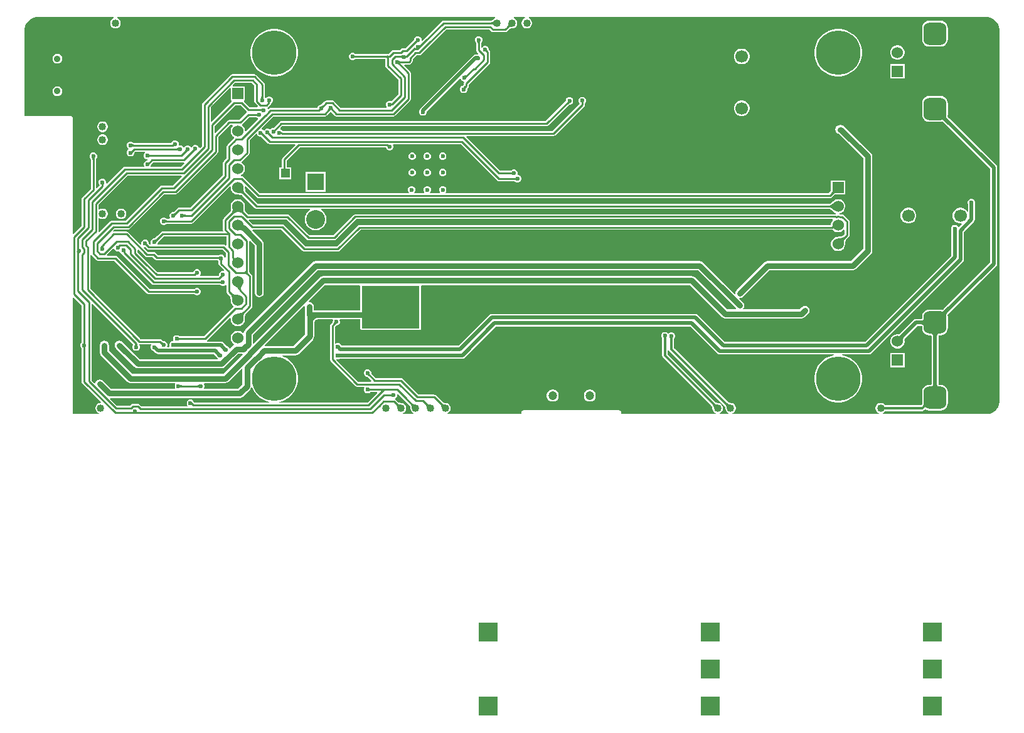
<source format=gbl>
G04*
G04 #@! TF.GenerationSoftware,Altium Limited,Altium Designer,21.1.1 (26)*
G04*
G04 Layer_Physical_Order=2*
G04 Layer_Color=16711680*
%FSLAX25Y25*%
%MOIN*%
G70*
G04*
G04 #@! TF.SameCoordinates,699B9FA1-69CE-4F8E-812B-AA759A78C5B1*
G04*
G04*
G04 #@! TF.FilePolarity,Positive*
G04*
G01*
G75*
%ADD15C,0.01000*%
%ADD60R,0.04724X0.04724*%
%ADD135C,0.23622*%
%ADD147C,0.01378*%
%ADD148C,0.03150*%
%ADD149C,0.01968*%
%ADD152R,0.09843X0.09843*%
%ADD153R,0.06000X0.06000*%
%ADD154C,0.06000*%
%ADD155O,0.04724X0.03543*%
G04:AMPARAMS|DCode=156|XSize=120mil|YSize=120mil|CornerRadius=30mil|HoleSize=0mil|Usage=FLASHONLY|Rotation=270.000|XOffset=0mil|YOffset=0mil|HoleType=Round|Shape=RoundedRectangle|*
%AMROUNDEDRECTD156*
21,1,0.12000,0.06000,0,0,270.0*
21,1,0.06000,0.12000,0,0,270.0*
1,1,0.06000,-0.03000,-0.03000*
1,1,0.06000,-0.03000,0.03000*
1,1,0.06000,0.03000,0.03000*
1,1,0.06000,0.03000,-0.03000*
%
%ADD156ROUNDEDRECTD156*%
%ADD157C,0.10000*%
%ADD158R,0.09000X0.09000*%
%ADD159C,0.03543*%
%ADD160C,0.04724*%
%ADD161C,0.04000*%
%ADD162C,0.06693*%
%ADD163C,0.02362*%
%ADD164C,0.01968*%
G36*
X549753Y534033D02*
X549577Y534204D01*
X549229Y534492D01*
X549056Y534609D01*
X548885Y534708D01*
X548714Y534789D01*
X548545Y534852D01*
X548377Y534897D01*
X548210Y534924D01*
X548045Y534933D01*
Y535933D01*
X548210Y535942D01*
X548377Y535969D01*
X548545Y536014D01*
X548714Y536077D01*
X548885Y536158D01*
X549056Y536257D01*
X549229Y536374D01*
X549402Y536509D01*
X549577Y536662D01*
X549753Y536833D01*
Y534033D01*
D02*
G37*
G36*
X559035Y533433D02*
X558790Y533430D01*
X558340Y533387D01*
X558135Y533348D01*
X557944Y533297D01*
X557766Y533233D01*
X557602Y533158D01*
X557451Y533072D01*
X557314Y532972D01*
X557191Y532862D01*
X556484Y533569D01*
X556595Y533692D01*
X556694Y533829D01*
X556780Y533980D01*
X556855Y534144D01*
X556919Y534322D01*
X556970Y534513D01*
X557009Y534718D01*
X557036Y534936D01*
X557052Y535168D01*
X557055Y535413D01*
X559035Y533433D01*
D02*
G37*
G36*
X813086Y538296D02*
X814373Y537762D01*
X815531Y536989D01*
X816516Y536004D01*
X817290Y534846D01*
X817823Y533559D01*
X818095Y532193D01*
Y531496D01*
X818095Y334646D01*
Y333949D01*
X817823Y332583D01*
X817290Y331296D01*
X816516Y330138D01*
X815531Y329153D01*
X814373Y328379D01*
X813086Y327846D01*
X811720Y327574D01*
X755974D01*
X755908Y328074D01*
X756002Y328099D01*
X756640Y328468D01*
X757162Y328989D01*
X757278Y329190D01*
X776938D01*
X777519Y329306D01*
X778012Y329635D01*
X778577Y330200D01*
X778863Y329980D01*
X779787Y329597D01*
X780780Y329466D01*
X786779D01*
X787772Y329597D01*
X788696Y329980D01*
X789490Y330589D01*
X790099Y331383D01*
X790482Y332307D01*
X790612Y333299D01*
Y339299D01*
X790482Y340291D01*
X790099Y341216D01*
X789490Y342009D01*
X788696Y342618D01*
X787772Y343001D01*
X786779Y343132D01*
X785753D01*
X785741Y343152D01*
X785696Y343263D01*
X785651Y343433D01*
X785613Y343660D01*
X785599Y343822D01*
Y368777D01*
X785613Y368939D01*
X785651Y369166D01*
X785696Y369336D01*
X785741Y369446D01*
X785753Y369466D01*
X786779D01*
X787772Y369597D01*
X788696Y369980D01*
X789490Y370589D01*
X790099Y371383D01*
X790482Y372307D01*
X790612Y373299D01*
Y379299D01*
X790488Y380244D01*
X790524Y380312D01*
X790663Y380524D01*
X791069Y381016D01*
X816247Y406194D01*
X816247Y406194D01*
X816641Y406784D01*
X816780Y407480D01*
Y458661D01*
X816780Y458661D01*
X816641Y459358D01*
X816247Y459948D01*
X791031Y485163D01*
X790872Y485345D01*
X790670Y485607D01*
X790524Y485829D01*
X790488Y485898D01*
X790612Y486842D01*
Y492842D01*
X790482Y493834D01*
X790099Y494759D01*
X789490Y495553D01*
X788696Y496162D01*
X787772Y496545D01*
X786779Y496675D01*
X780780D01*
X779787Y496545D01*
X778863Y496162D01*
X778069Y495553D01*
X777460Y494759D01*
X777077Y493834D01*
X776947Y492842D01*
Y486842D01*
X777077Y485850D01*
X777460Y484926D01*
X778069Y484132D01*
X778863Y483523D01*
X779787Y483140D01*
X780780Y483010D01*
X786779D01*
X787724Y483134D01*
X787793Y483098D01*
X788005Y482959D01*
X788496Y482553D01*
X813141Y457908D01*
Y408234D01*
X788459Y383551D01*
X788277Y383392D01*
X788015Y383190D01*
X787793Y383043D01*
X787724Y383008D01*
X786779Y383132D01*
X780780D01*
X779787Y383001D01*
X778863Y382618D01*
X778069Y382009D01*
X777460Y381216D01*
X777077Y380291D01*
X776947Y379299D01*
Y378273D01*
X776926Y378261D01*
X776816Y378216D01*
X776646Y378170D01*
X776419Y378133D01*
X776257Y378118D01*
X773780D01*
X773779Y378118D01*
X773083Y377980D01*
X772493Y377586D01*
X772493Y377586D01*
X765815Y370907D01*
X765453Y370571D01*
X765148Y370327D01*
X764879Y370139D01*
X764660Y370013D01*
X764638Y370003D01*
X764280Y370099D01*
X763279D01*
X762313Y369840D01*
X761446Y369340D01*
X760739Y368633D01*
X760239Y367766D01*
X759979Y366799D01*
Y365799D01*
X760239Y364832D01*
X760739Y363966D01*
X761446Y363258D01*
X762313Y362758D01*
X763279Y362499D01*
X764280D01*
X765246Y362758D01*
X766113Y363258D01*
X766820Y363966D01*
X767321Y364832D01*
X767580Y365799D01*
Y366799D01*
X767484Y367158D01*
X767493Y367180D01*
X767619Y367399D01*
X767801Y367659D01*
X768294Y368241D01*
X774533Y374480D01*
X776257D01*
X776419Y374466D01*
X776646Y374428D01*
X776816Y374383D01*
X776926Y374338D01*
X776947Y374325D01*
Y373299D01*
X777077Y372307D01*
X777460Y371383D01*
X778069Y370589D01*
X778863Y369980D01*
X779787Y369597D01*
X780780Y369466D01*
X781806D01*
X781818Y369446D01*
X781863Y369336D01*
X781909Y369166D01*
X781946Y368939D01*
X781960Y368777D01*
Y343822D01*
X781946Y343660D01*
X781909Y343433D01*
X781863Y343263D01*
X781818Y343152D01*
X781806Y343132D01*
X780780D01*
X779787Y343001D01*
X778863Y342618D01*
X778069Y342009D01*
X777460Y341216D01*
X777077Y340291D01*
X776947Y339299D01*
Y333299D01*
X776997Y332915D01*
X776309Y332227D01*
X757278D01*
X757162Y332428D01*
X756640Y332949D01*
X756002Y333318D01*
X755290Y333509D01*
X754553D01*
X753840Y333318D01*
X753202Y332949D01*
X752681Y332428D01*
X752312Y331789D01*
X752121Y331077D01*
Y330340D01*
X752312Y329628D01*
X752681Y328989D01*
X753202Y328468D01*
X753840Y328099D01*
X753934Y328074D01*
X753868Y327574D01*
X676250D01*
X676184Y328074D01*
X676278Y328099D01*
X676916Y328468D01*
X677437Y328989D01*
X677806Y329628D01*
X677997Y330340D01*
Y331077D01*
X677806Y331789D01*
X677437Y332428D01*
X676916Y332949D01*
X676278Y333318D01*
X675565Y333509D01*
X675265D01*
X675197Y333524D01*
X675031Y333528D01*
X674902Y333541D01*
X674782Y333562D01*
X674670Y333591D01*
X674564Y333628D01*
X674462Y333673D01*
X674365Y333727D01*
X674270Y333790D01*
X674232Y333820D01*
X645219Y362834D01*
Y367749D01*
X645223Y367800D01*
X645225Y367817D01*
X645380Y367972D01*
X645682Y368700D01*
Y369489D01*
X645380Y370217D01*
X644823Y370774D01*
X644095Y371076D01*
X643307D01*
X642579Y370774D01*
X642115Y370311D01*
X642020Y370330D01*
X641463Y370887D01*
X640735Y371189D01*
X639946D01*
X639218Y370887D01*
X638661Y370330D01*
X638359Y369602D01*
Y368814D01*
X638661Y368086D01*
X638811Y367935D01*
X638822Y367793D01*
Y358675D01*
X638938Y358094D01*
X639267Y357602D01*
X665196Y331673D01*
X665226Y331635D01*
X665289Y331540D01*
X665343Y331443D01*
X665388Y331342D01*
X665425Y331236D01*
X665454Y331124D01*
X665475Y331003D01*
X665488Y330875D01*
X665492Y330709D01*
X665507Y330640D01*
Y330340D01*
X665698Y329628D01*
X666067Y328989D01*
X666588Y328468D01*
X667226Y328099D01*
X667320Y328074D01*
X667254Y327574D01*
X616957D01*
Y328740D01*
X616895Y329052D01*
X616718Y329317D01*
X616454Y329494D01*
X616142Y329556D01*
X564961D01*
X564648Y329494D01*
X564384Y329317D01*
X564207Y329052D01*
X564145Y328740D01*
Y327574D01*
X524675D01*
X524609Y328074D01*
X524703Y328099D01*
X525341Y328468D01*
X525863Y328989D01*
X526231Y329628D01*
X526422Y330340D01*
Y331077D01*
X526231Y331789D01*
X525863Y332428D01*
X525341Y332949D01*
X524703Y333318D01*
X523991Y333509D01*
X523686D01*
X523614Y333524D01*
X523389Y333527D01*
X523203Y333540D01*
X523034Y333561D01*
X522885Y333590D01*
X522753Y333625D01*
X522640Y333665D01*
X522543Y333709D01*
X522462Y333756D01*
X522416Y333789D01*
X520622Y335583D01*
X520622Y335583D01*
X518654Y337551D01*
X518224Y337839D01*
X517717Y337940D01*
X509407D01*
X500937Y346410D01*
X500507Y346697D01*
X500000Y346798D01*
X486585D01*
X484325Y349059D01*
X484304Y349088D01*
X484286Y349118D01*
X484275Y349140D01*
X484269Y349155D01*
X484267Y349163D01*
X484267Y349166D01*
X484267Y349167D01*
X484270Y349213D01*
X484265Y349254D01*
Y349803D01*
X483963Y350532D01*
X483406Y351089D01*
X482678Y351391D01*
X481889D01*
X481161Y351089D01*
X480604Y350532D01*
X480302Y349803D01*
Y349015D01*
X480604Y348287D01*
X481161Y347730D01*
X481889Y347428D01*
X482045D01*
X482048Y347427D01*
X482103Y347419D01*
X482126Y347414D01*
X482153Y347405D01*
X482184Y347393D01*
X482220Y347375D01*
X482261Y347351D01*
X482296Y347326D01*
X482358Y347276D01*
X484374Y345260D01*
X484183Y344798D01*
X477382D01*
X465661Y356519D01*
X465944Y356943D01*
X466141Y356861D01*
X466929D01*
X467320Y357023D01*
X532698D01*
X532698Y357023D01*
X533394Y357162D01*
X533984Y357556D01*
X550593Y374165D01*
X653774D01*
X668021Y359918D01*
X668021Y359918D01*
X668611Y359524D01*
X669307Y359385D01*
X669307Y359385D01*
X730101D01*
X730141Y358886D01*
X729330Y358757D01*
X727443Y358144D01*
X725674Y357243D01*
X724068Y356076D01*
X722664Y354672D01*
X721497Y353066D01*
X720596Y351298D01*
X719983Y349410D01*
X719672Y347449D01*
Y345464D01*
X719983Y343504D01*
X720596Y341616D01*
X721497Y339847D01*
X722664Y338241D01*
X724068Y336838D01*
X725674Y335671D01*
X727443Y334770D01*
X729330Y334156D01*
X731291Y333846D01*
X733276D01*
X735237Y334156D01*
X737124Y334770D01*
X738893Y335671D01*
X740499Y336838D01*
X741903Y338241D01*
X743069Y339847D01*
X743971Y341616D01*
X744584Y343504D01*
X744895Y345464D01*
Y347449D01*
X744584Y349410D01*
X743971Y351298D01*
X743069Y353066D01*
X741903Y354672D01*
X740499Y356076D01*
X738893Y357243D01*
X737124Y358144D01*
X735237Y358757D01*
X734426Y358886D01*
X734466Y359385D01*
X748701D01*
X748701Y359385D01*
X749397Y359524D01*
X749987Y359918D01*
X798530Y408462D01*
X798530Y408462D01*
X798925Y409052D01*
X799063Y409748D01*
X799063Y409748D01*
Y424443D01*
X804436Y429816D01*
X804436Y429816D01*
X804830Y430406D01*
X804969Y431102D01*
X804969Y431102D01*
Y439176D01*
X805131Y439567D01*
Y440355D01*
X804829Y441083D01*
X804272Y441640D01*
X803544Y441942D01*
X802756D01*
X802027Y441640D01*
X801470Y441083D01*
X801169Y440355D01*
Y439567D01*
X801330Y439176D01*
Y435286D01*
X800830Y435152D01*
X800562Y435617D01*
X799790Y436389D01*
X798845Y436935D01*
X797790Y437217D01*
X796698D01*
X795644Y436935D01*
X794698Y436389D01*
X793926Y435617D01*
X793380Y434671D01*
X793098Y433617D01*
Y432525D01*
X793380Y431470D01*
X793926Y430525D01*
X794698Y429753D01*
X795644Y429207D01*
X796698Y428924D01*
X797692D01*
X797976Y428501D01*
X796495Y427020D01*
X796004Y427118D01*
X795921Y427320D01*
X795363Y427877D01*
X794635Y428179D01*
X793847D01*
X793119Y427877D01*
X792562Y427320D01*
X792260Y426592D01*
Y425804D01*
X792456Y425330D01*
Y411731D01*
X746718Y365992D01*
X672013D01*
X657767Y380239D01*
X657176Y380633D01*
X656480Y380772D01*
X656480Y380772D01*
X548244D01*
X548244Y380772D01*
X547548Y380633D01*
X546958Y380239D01*
X546958Y380239D01*
X530743Y364024D01*
X468510D01*
X468301Y364232D01*
X468215Y364441D01*
X467658Y364999D01*
X466929Y365300D01*
X466141D01*
X465413Y364999D01*
X465370Y364955D01*
X464908Y365147D01*
Y373845D01*
X465534Y374471D01*
X465568Y374496D01*
X465606Y374520D01*
X465638Y374537D01*
X465664Y374548D01*
X465685Y374555D01*
X465701Y374559D01*
X465715Y374561D01*
X465767Y374563D01*
X465830Y374578D01*
X466142D01*
X466870Y374880D01*
X467427Y375437D01*
X467729Y376165D01*
Y376953D01*
X467547Y377394D01*
X467868Y377894D01*
X478515D01*
Y373031D01*
X478577Y372719D01*
X478754Y372455D01*
X479019Y372278D01*
X479331Y372216D01*
X509842D01*
X510155Y372278D01*
X510419Y372455D01*
X510596Y372719D01*
X510658Y373031D01*
X510658Y395669D01*
X510652Y395701D01*
X511005Y396201D01*
X653525D01*
X670629Y379096D01*
X671415Y378571D01*
X672342Y378387D01*
X712843D01*
X713769Y378571D01*
X714555Y379096D01*
X716408Y380949D01*
X716933Y381735D01*
X717118Y382661D01*
X716933Y383588D01*
X716408Y384373D01*
X715623Y384898D01*
X714696Y385083D01*
X713770Y384898D01*
X712984Y384373D01*
X711840Y383229D01*
X682122D01*
X681869Y383729D01*
X682257Y384310D01*
X682441Y385236D01*
X682257Y386163D01*
X681732Y386948D01*
X679820Y388861D01*
X680066Y389321D01*
X680118Y389311D01*
X681045Y389495D01*
X681830Y390020D01*
X695885Y404075D01*
X740158D01*
X741084Y404259D01*
X741870Y404784D01*
X749744Y412658D01*
X750269Y413444D01*
X750453Y414370D01*
Y464567D01*
X750269Y465494D01*
X749744Y466279D01*
X735472Y480551D01*
X734687Y481076D01*
X733760Y481260D01*
X733268D01*
X732341Y481076D01*
X731556Y480551D01*
X731031Y479765D01*
X730846Y478839D01*
X731031Y477912D01*
X731556Y477126D01*
X732341Y476602D01*
X732630Y476544D01*
X745610Y463564D01*
Y415373D01*
X739154Y408917D01*
X694882D01*
X693955Y408733D01*
X693170Y408208D01*
X678406Y393444D01*
X677881Y392659D01*
X677697Y391732D01*
X677707Y391680D01*
X677246Y391434D01*
X660472Y408208D01*
X659687Y408733D01*
X658760Y408917D01*
X658715Y408909D01*
X658671Y408917D01*
X454724D01*
X453798Y408733D01*
X453012Y408208D01*
X417248Y372444D01*
X416724Y371659D01*
X416583Y370954D01*
X416070Y370773D01*
X416057Y370774D01*
X415719Y371112D01*
X414853Y371612D01*
X413886Y371871D01*
X412886D01*
X411919Y371612D01*
X411053Y371112D01*
X410345Y370404D01*
X409845Y369538D01*
X409586Y368571D01*
Y367571D01*
X409845Y366604D01*
X410345Y365738D01*
X411053Y365030D01*
X411361Y364852D01*
X411380Y364264D01*
X410861Y363917D01*
X409369Y362425D01*
X408788Y362551D01*
X408605Y362991D01*
X408048Y363549D01*
X407476Y363786D01*
X405589Y365672D01*
X404999Y366067D01*
X404303Y366205D01*
X404303Y366205D01*
X397314D01*
X397215Y366349D01*
X397123Y366705D01*
X409154Y378736D01*
X409586Y378461D01*
Y377571D01*
X409845Y376604D01*
X410345Y375738D01*
X411053Y375030D01*
X411919Y374530D01*
X412886Y374271D01*
X413886D01*
X414853Y374530D01*
X415719Y375030D01*
X416427Y375738D01*
X416927Y376604D01*
X417186Y377571D01*
Y378319D01*
X417191Y378350D01*
X417186Y378470D01*
Y378571D01*
X417181Y378589D01*
X417159Y379130D01*
X417169Y379439D01*
X417195Y379723D01*
X417235Y379970D01*
X417287Y380181D01*
X417348Y380354D01*
X417414Y380492D01*
X417482Y380597D01*
X417484Y380600D01*
X420823Y383939D01*
X421110Y384369D01*
X421211Y384876D01*
Y400772D01*
X421110Y401279D01*
X420823Y401709D01*
X419753Y402779D01*
X419696Y402850D01*
X419626Y402953D01*
X419567Y403057D01*
X419518Y403164D01*
X419477Y403274D01*
X419445Y403390D01*
X419422Y403511D01*
X419412Y403601D01*
Y419370D01*
X419912Y419577D01*
X422382Y417107D01*
Y392126D01*
X422566Y391199D01*
X423091Y390414D01*
X423877Y389889D01*
X424803Y389705D01*
X425730Y389889D01*
X426515Y390414D01*
X427040Y391199D01*
X427224Y392126D01*
Y418110D01*
X427040Y419037D01*
X426515Y419822D01*
X421030Y425307D01*
X421237Y425807D01*
X436491D01*
X447882Y414417D01*
X448312Y414130D01*
X448819Y414029D01*
X466535D01*
X467043Y414130D01*
X467473Y414417D01*
X478602Y425546D01*
X729198D01*
X729395Y425585D01*
X729950Y425030D01*
X730817Y424530D01*
X731783Y424271D01*
X732784D01*
X733750Y424530D01*
X734617Y425030D01*
X735182Y425596D01*
X735682Y425395D01*
Y423344D01*
X734640Y422302D01*
X734535Y422234D01*
X734391Y422163D01*
X734208Y422094D01*
X733986Y422032D01*
X733726Y421979D01*
X733438Y421938D01*
X732716Y421889D01*
X732307Y421886D01*
X732233Y421871D01*
X731783D01*
X730817Y421612D01*
X729950Y421112D01*
X729243Y420404D01*
X728742Y419538D01*
X728483Y418571D01*
Y417571D01*
X728742Y416604D01*
X729243Y415738D01*
X729950Y415030D01*
X730817Y414530D01*
X731783Y414271D01*
X732784D01*
X733750Y414530D01*
X734617Y415030D01*
X735324Y415738D01*
X735824Y416604D01*
X736084Y417571D01*
Y418020D01*
X736099Y418095D01*
X736102Y418504D01*
X736150Y419225D01*
X736192Y419514D01*
X736245Y419774D01*
X736307Y419996D01*
X736376Y420179D01*
X736446Y420322D01*
X736515Y420428D01*
X737945Y421858D01*
X738232Y422288D01*
X738333Y422795D01*
Y429921D01*
X738232Y430429D01*
X737945Y430859D01*
X737945Y430859D01*
X735458Y433345D01*
X735458Y433345D01*
X735028Y433633D01*
X734521Y433734D01*
X733597D01*
X733421Y433787D01*
X733047Y433824D01*
X733005Y434330D01*
X733750Y434530D01*
X734617Y435030D01*
X735324Y435738D01*
X735824Y436604D01*
X736084Y437571D01*
Y438571D01*
X735824Y439538D01*
X735324Y440404D01*
X734617Y441112D01*
X733750Y441612D01*
X732784Y441871D01*
X731783D01*
X730817Y441612D01*
X729950Y441112D01*
X729569Y440730D01*
X729511Y440692D01*
X728945Y440127D01*
X728703Y439917D01*
X728470Y439735D01*
X728255Y439589D01*
X728060Y439476D01*
X727886Y439395D01*
X727738Y439344D01*
X727614Y439318D01*
X424014D01*
X417617Y445714D01*
X417549Y445820D01*
X417478Y445963D01*
X417410Y446146D01*
X417347Y446368D01*
X417294Y446628D01*
X417253Y446917D01*
X417204Y447638D01*
X417201Y448047D01*
X417186Y448122D01*
Y448343D01*
X417686Y448550D01*
X423472Y442764D01*
X423902Y442476D01*
X424409Y442375D01*
X727913D01*
X728421Y442476D01*
X728851Y442764D01*
X730056Y443968D01*
X730224Y444125D01*
X730357Y444231D01*
X730414Y444271D01*
X730691D01*
X730710Y444267D01*
X730728Y444271D01*
X736084D01*
Y451871D01*
X728483D01*
Y446516D01*
X728480Y446497D01*
X728483Y446479D01*
Y446201D01*
X728450Y446153D01*
X728223Y445885D01*
X727364Y445026D01*
X523929D01*
X523722Y445526D01*
X523924Y445728D01*
X524225Y446456D01*
Y447245D01*
X523924Y447973D01*
X523366Y448530D01*
X522638Y448832D01*
X521850D01*
X521122Y448530D01*
X520565Y447973D01*
X520263Y447245D01*
Y446456D01*
X520565Y445728D01*
X520766Y445526D01*
X520559Y445026D01*
X515661D01*
X515454Y445526D01*
X515656Y445728D01*
X515957Y446456D01*
Y447245D01*
X515656Y447973D01*
X515099Y448530D01*
X514370Y448832D01*
X513582D01*
X512854Y448530D01*
X512297Y447973D01*
X511995Y447245D01*
Y446456D01*
X512297Y445728D01*
X512499Y445526D01*
X512292Y445026D01*
X507393D01*
X507186Y445526D01*
X507388Y445728D01*
X507690Y446456D01*
Y447245D01*
X507388Y447973D01*
X506831Y448530D01*
X506103Y448832D01*
X505315D01*
X504587Y448530D01*
X504029Y447973D01*
X503728Y447245D01*
Y446456D01*
X504029Y445728D01*
X504231Y445526D01*
X504024Y445026D01*
X424959D01*
X416292Y453693D01*
X415862Y453980D01*
X415354Y454081D01*
X415027D01*
X414973Y454219D01*
X414942Y454581D01*
X415719Y455030D01*
X416427Y455738D01*
X416927Y456604D01*
X417186Y457571D01*
Y458571D01*
X416927Y459538D01*
X416427Y460404D01*
X415719Y461112D01*
X415513Y461230D01*
X415476Y461830D01*
X419244Y465598D01*
X419532Y466028D01*
X419632Y466535D01*
Y473206D01*
X423114Y476688D01*
X423667Y476534D01*
X423877Y476025D01*
X424435Y475468D01*
X425163Y475166D01*
X425664D01*
X429326Y471504D01*
X429756Y471216D01*
X430264Y471115D01*
X443785D01*
X443976Y470653D01*
X437252Y463929D01*
X436964Y463499D01*
X436864Y462992D01*
Y458718D01*
X435421D01*
Y452394D01*
X441745D01*
Y458718D01*
X439514D01*
Y462443D01*
X446387Y469315D01*
X492113D01*
Y469291D01*
X492415Y468563D01*
X492972Y468006D01*
X493700Y467704D01*
X494489D01*
X495217Y468006D01*
X495774Y468563D01*
X496076Y469291D01*
Y470079D01*
X495853Y470615D01*
X496119Y471115D01*
X531931D01*
X551228Y451819D01*
X551658Y451531D01*
X552165Y451430D01*
X560532D01*
X560886Y451076D01*
X561614Y450775D01*
X562402D01*
X563130Y451076D01*
X563687Y451634D01*
X563989Y452362D01*
Y453150D01*
X563687Y453878D01*
X563130Y454435D01*
X562402Y454737D01*
X562231D01*
X561953Y455153D01*
X562020Y455315D01*
Y456103D01*
X561719Y456831D01*
X561162Y457388D01*
X560433Y457690D01*
X559645D01*
X558917Y457388D01*
X558563Y457034D01*
X552714D01*
X535402Y474347D01*
X535307Y474410D01*
X534733Y474984D01*
X534924Y475446D01*
X581102D01*
X581610Y475547D01*
X582040Y475834D01*
X597304Y491099D01*
X597592Y491529D01*
X597693Y492036D01*
Y492746D01*
X598047Y493100D01*
X598348Y493828D01*
Y494616D01*
X598047Y495344D01*
X597489Y495902D01*
X596761Y496203D01*
X595973D01*
X595245Y495902D01*
X594688Y495344D01*
X594386Y494616D01*
Y493828D01*
X594688Y493100D01*
X595042Y492746D01*
Y492585D01*
X580553Y478097D01*
X437191D01*
X437113Y478288D01*
X436555Y478845D01*
X436075Y479044D01*
X435932Y479608D01*
X436888Y480564D01*
X577362D01*
X577869Y480665D01*
X578300Y480953D01*
X589460Y492113D01*
X589961D01*
X590689Y492415D01*
X591246Y492972D01*
X591548Y493700D01*
Y494489D01*
X591246Y495217D01*
X590689Y495774D01*
X589961Y496076D01*
X589173D01*
X588445Y495774D01*
X587887Y495217D01*
X587586Y494489D01*
Y493988D01*
X576813Y483215D01*
X436339D01*
X435832Y483114D01*
X435402Y482827D01*
X432352Y479777D01*
X431851D01*
X431123Y479475D01*
X430566Y478918D01*
X430102Y479105D01*
X429528Y479343D01*
X428740D01*
X428012Y479042D01*
X427565Y478595D01*
X427453Y478485D01*
X426945Y478561D01*
X426679Y478827D01*
X426171Y479038D01*
X426017Y479591D01*
X429859Y483433D01*
X430042Y483555D01*
X432334Y485848D01*
X459633D01*
X460141Y485949D01*
X460570Y486236D01*
X462463Y488129D01*
X462497Y488153D01*
X462535Y488177D01*
X462567Y488195D01*
X462593Y488206D01*
X462614Y488213D01*
X462630Y488217D01*
X462644Y488218D01*
X462677Y488220D01*
X462709Y488218D01*
X462723Y488217D01*
X462739Y488213D01*
X462760Y488206D01*
X462786Y488195D01*
X462818Y488177D01*
X462857Y488153D01*
X462890Y488129D01*
X464783Y486236D01*
X465213Y485949D01*
X465720Y485848D01*
X496032D01*
X496539Y485949D01*
X496969Y486236D01*
X504937Y494205D01*
X505225Y494634D01*
X505326Y495142D01*
Y508795D01*
X505225Y509303D01*
X504937Y509732D01*
X501760Y512909D01*
X501952Y513371D01*
X504335D01*
X504843Y513472D01*
X505273Y513760D01*
X505859Y514345D01*
X506146Y514775D01*
X506247Y515283D01*
Y516183D01*
X508423Y518360D01*
X509842D01*
X510350Y518461D01*
X510780Y518748D01*
X515732Y523701D01*
X515732Y523701D01*
X524140Y532108D01*
X546895D01*
X548050Y530953D01*
X548480Y530665D01*
X548987Y530564D01*
X555512D01*
X556019Y530665D01*
X556449Y530953D01*
X557849Y532352D01*
X557895Y532386D01*
X557976Y532433D01*
X558073Y532477D01*
X558186Y532517D01*
X558318Y532552D01*
X558456Y532579D01*
X558834Y532615D01*
X559047Y532618D01*
X559119Y532633D01*
X559424D01*
X560136Y532824D01*
X560774Y533192D01*
X561296Y533714D01*
X561664Y534352D01*
X561855Y535064D01*
Y535802D01*
X561664Y536514D01*
X561296Y537152D01*
X560774Y537674D01*
X560136Y538042D01*
X560042Y538067D01*
X560108Y538567D01*
X565876D01*
X565942Y538067D01*
X565848Y538042D01*
X565210Y537674D01*
X564689Y537152D01*
X564320Y536514D01*
X564129Y535802D01*
Y535064D01*
X564320Y534352D01*
X564689Y533714D01*
X565210Y533192D01*
X565848Y532824D01*
X566561Y532633D01*
X567298D01*
X568010Y532824D01*
X568648Y533192D01*
X569170Y533714D01*
X569538Y534352D01*
X569729Y535064D01*
Y535802D01*
X569538Y536514D01*
X569170Y537152D01*
X568648Y537674D01*
X568010Y538042D01*
X567916Y538067D01*
X567982Y538567D01*
X811024Y538567D01*
X811720D01*
X813086Y538296D01*
D02*
G37*
G36*
X550194Y538067D02*
X550100Y538042D01*
X549462Y537674D01*
X549247Y537458D01*
X549184Y537418D01*
X549024Y537262D01*
X548883Y537138D01*
X548749Y537034D01*
X548623Y536949D01*
X548505Y536881D01*
X548396Y536829D01*
X548297Y536792D01*
X548206Y536768D01*
X548150Y536759D01*
X522638D01*
X522131Y536658D01*
X521701Y536370D01*
X511858Y526528D01*
X511815Y526463D01*
X511429Y526078D01*
X510933Y526289D01*
Y526875D01*
X510632Y527603D01*
X510074Y528161D01*
X509346Y528462D01*
X508558D01*
X507830Y528161D01*
X507272Y527603D01*
X506971Y526875D01*
Y526562D01*
X502404Y521995D01*
X500984D01*
X500477Y521894D01*
X500047Y521606D01*
X499451Y521010D01*
X496063D01*
X495556Y520910D01*
X495126Y520622D01*
X493545Y519042D01*
X475886D01*
X475532Y519396D01*
X474803Y519698D01*
X474015D01*
X473287Y519396D01*
X472730Y518839D01*
X472428Y518111D01*
Y517322D01*
X472730Y516594D01*
X473287Y516037D01*
X474015Y515735D01*
X474803D01*
X475532Y516037D01*
X475886Y516391D01*
X491728D01*
X491769Y516384D01*
X491775Y516382D01*
X491777Y516376D01*
X491785Y516334D01*
Y512795D01*
X491886Y512288D01*
X492173Y511858D01*
X498674Y505357D01*
Y497596D01*
X494981Y493903D01*
X494489Y494107D01*
X493700D01*
X492972Y493806D01*
X492415Y493248D01*
X492113Y492520D01*
Y491732D01*
X492415Y491004D01*
X492458Y490961D01*
X492267Y490499D01*
X468069D01*
X464733Y493835D01*
X464302Y494122D01*
X463795Y494223D01*
X460417D01*
X459910Y494122D01*
X459480Y493835D01*
X457891Y492245D01*
X457857Y492221D01*
X457819Y492197D01*
X457787Y492179D01*
X457761Y492168D01*
X457740Y492161D01*
X457724Y492157D01*
X457710Y492156D01*
X457658Y492154D01*
X457595Y492139D01*
X457283D01*
X456555Y491837D01*
X455998Y491280D01*
X455696Y490552D01*
Y490499D01*
X430852D01*
X430345Y490398D01*
X429915Y490110D01*
X429669Y489865D01*
X429111Y489979D01*
X429056Y490105D01*
X429320Y490606D01*
X429333Y490608D01*
X429763Y490896D01*
X430814Y491947D01*
X431101Y492377D01*
X431186Y492804D01*
X431259Y492834D01*
X431817Y493392D01*
X432118Y494120D01*
Y494908D01*
X431817Y495636D01*
X431259Y496193D01*
X430531Y496495D01*
X429743D01*
X429015Y496193D01*
X428541Y495719D01*
X428216Y495680D01*
X427955Y495728D01*
X427805Y495878D01*
X427771Y495933D01*
X427735Y495971D01*
X427727Y495982D01*
X427718Y495997D01*
X427708Y496016D01*
X427698Y496043D01*
X427687Y496077D01*
X427677Y496122D01*
X427671Y496163D01*
Y502788D01*
X427570Y503296D01*
X427283Y503726D01*
X423181Y507827D01*
X422751Y508114D01*
X422244Y508215D01*
X410433D01*
X409926Y508114D01*
X409496Y507827D01*
X394638Y492969D01*
X394350Y492539D01*
X394249Y492031D01*
Y470088D01*
X393253Y469092D01*
X392681Y469227D01*
X392490Y469688D01*
X391933Y470246D01*
X391204Y470547D01*
X390416D01*
X389688Y470246D01*
X389131Y469688D01*
X389068Y469538D01*
X388527D01*
X388491Y469626D01*
X387933Y470183D01*
X387205Y470485D01*
X386417D01*
X385689Y470183D01*
X385132Y469626D01*
X385092Y469532D01*
X384593D01*
X384554Y469626D01*
X383996Y470183D01*
X383268Y470485D01*
X382480D01*
X382283Y470403D01*
X381900Y470786D01*
X381902Y470791D01*
Y471579D01*
X381601Y472307D01*
X381044Y472864D01*
X380315Y473166D01*
X379527D01*
X378799Y472864D01*
X378242Y472307D01*
X378044Y471829D01*
X357908D01*
X357865Y471836D01*
X357819Y471846D01*
X357781Y471857D01*
X357752Y471868D01*
X357730Y471879D01*
X357713Y471889D01*
X357699Y471898D01*
X357659Y471934D01*
X357613Y471961D01*
X357421Y472152D01*
X356693Y472453D01*
X355905D01*
X355177Y472152D01*
X354620Y471595D01*
X354318Y470866D01*
Y470078D01*
X354620Y469350D01*
X355177Y468793D01*
X355271Y468754D01*
Y468254D01*
X355177Y468215D01*
X354620Y467658D01*
X354318Y466929D01*
Y466141D01*
X354620Y465413D01*
X355177Y464856D01*
X355905Y464554D01*
X356693D01*
X357421Y464856D01*
X357979Y465413D01*
X358280Y466141D01*
Y466642D01*
X358817Y467178D01*
X364223D01*
X364322Y466678D01*
X364206Y466630D01*
X363649Y466073D01*
X363347Y465345D01*
Y464557D01*
X363649Y463829D01*
X364206Y463271D01*
X364934Y462970D01*
X365251D01*
X365512Y462470D01*
X365443Y462371D01*
X365037D01*
X364309Y462069D01*
X363752Y461512D01*
X363450Y460784D01*
Y459996D01*
X363641Y459534D01*
X363332Y459034D01*
X353378D01*
X352871Y458933D01*
X352441Y458646D01*
X343966Y450171D01*
X343612Y450346D01*
X343516Y450429D01*
Y451182D01*
X343215Y451910D01*
X342658Y452467D01*
X341930Y452769D01*
X341141D01*
X340413Y452467D01*
X339856Y451910D01*
X339554Y451182D01*
Y450393D01*
X339856Y449665D01*
X340076Y449445D01*
X340110Y449390D01*
X340146Y449351D01*
X340154Y449340D01*
X340163Y449326D01*
X340165Y449323D01*
X338402Y447559D01*
X337940Y447751D01*
Y462940D01*
X337946Y462981D01*
X337956Y463025D01*
X337966Y463060D01*
X337977Y463086D01*
X337987Y463106D01*
X337996Y463120D01*
X338004Y463131D01*
X338039Y463169D01*
X338073Y463224D01*
X338294Y463445D01*
X338595Y464173D01*
Y464961D01*
X338294Y465689D01*
X337736Y466246D01*
X337008Y466548D01*
X336220D01*
X335492Y466246D01*
X334935Y465689D01*
X334633Y464961D01*
Y464173D01*
X334935Y463445D01*
X335155Y463224D01*
X335189Y463169D01*
X335225Y463131D01*
X335233Y463120D01*
X335242Y463106D01*
X335251Y463086D01*
X335262Y463060D01*
X335273Y463025D01*
X335282Y462981D01*
X335289Y462940D01*
Y447399D01*
X330756Y442866D01*
X330468Y442436D01*
X330367Y441929D01*
Y427714D01*
X326081Y423428D01*
X325619Y423619D01*
Y485236D01*
X325557Y485548D01*
X325380Y485813D01*
X325115Y485990D01*
X324803Y486052D01*
X300015D01*
Y531496D01*
Y532193D01*
X300287Y533559D01*
X300820Y534845D01*
X301594Y536004D01*
X302579Y536989D01*
X303737Y537762D01*
X305024Y538296D01*
X306390Y538567D01*
X307087D01*
X347372D01*
X347438Y538067D01*
X347344Y538042D01*
X346706Y537674D01*
X346185Y537152D01*
X345816Y536514D01*
X345625Y535802D01*
Y535064D01*
X345816Y534352D01*
X346185Y533714D01*
X346706Y533192D01*
X347344Y532824D01*
X348057Y532633D01*
X348794D01*
X349506Y532824D01*
X350144Y533192D01*
X350666Y533714D01*
X351034Y534352D01*
X351225Y535064D01*
Y535802D01*
X351034Y536514D01*
X350666Y537152D01*
X350144Y537674D01*
X349506Y538042D01*
X349413Y538067D01*
X349479Y538567D01*
X550128Y538567D01*
X550194Y538067D01*
D02*
G37*
G36*
X510546Y522613D02*
X510020Y522062D01*
X509591Y523613D01*
X509659Y523578D01*
X509730Y523557D01*
X509803Y523549D01*
X509878Y523554D01*
X509956Y523572D01*
X510036Y523604D01*
X510119Y523649D01*
X510204Y523707D01*
X510292Y523778D01*
X510382Y523863D01*
X510546Y522613D01*
D02*
G37*
G36*
X508842Y521433D02*
X507486Y521218D01*
X507149Y522218D01*
X507275Y522221D01*
X507388Y522230D01*
X507488Y522245D01*
X507573Y522266D01*
X507645Y522293D01*
X507702Y522325D01*
X507746Y522364D01*
X507776Y522409D01*
X507792Y522460D01*
X507795Y522516D01*
X508842Y521433D01*
D02*
G37*
G36*
X500600Y516799D02*
X500553Y516872D01*
X500497Y516938D01*
X500433Y516996D01*
X500361Y517046D01*
X500281Y517089D01*
X500192Y517123D01*
X500095Y517150D01*
X499991Y517170D01*
X499877Y517181D01*
X499756Y517185D01*
X500059Y518185D01*
X500179Y518187D01*
X500404Y518204D01*
X500509Y518219D01*
X500703Y518261D01*
X500793Y518288D01*
X500877Y518320D01*
X500956Y518356D01*
X501030Y518396D01*
X500600Y516799D01*
D02*
G37*
G36*
X494095Y517216D02*
X494002Y517206D01*
X493920Y517176D01*
X493848Y517127D01*
X493785Y517057D01*
X493731Y516966D01*
X493688Y516856D01*
X493654Y516726D01*
X493630Y516576D01*
X493615Y516406D01*
X493610Y516217D01*
X492610D01*
X492600Y516406D01*
X492570Y516576D01*
X492520Y516726D01*
X492450Y516856D01*
X492360Y516966D01*
X492250Y517057D01*
X492120Y517127D01*
X491970Y517176D01*
X491800Y517206D01*
X491610Y517216D01*
X493110Y518217D01*
X494095Y517216D01*
D02*
G37*
G36*
X498953Y515489D02*
X499019Y515428D01*
X499092Y515374D01*
X499171Y515327D01*
X499258Y515287D01*
X499351Y515254D01*
X499451Y515229D01*
X499558Y515211D01*
X499672Y515200D01*
X499792Y515197D01*
X499660Y514197D01*
X499541Y514194D01*
X499363Y514176D01*
X499414Y514107D01*
X499487Y514019D01*
X499570Y513932D01*
X498863Y513225D01*
X498776Y513308D01*
X498688Y513381D01*
X498600Y513447D01*
X498512Y513503D01*
X498422Y513550D01*
X498333Y513589D01*
X498243Y513619D01*
X498153Y513640D01*
X498062Y513652D01*
X497971Y513655D01*
X498762Y514447D01*
X498894Y515558D01*
X498953Y515489D01*
D02*
G37*
G36*
X426849Y496194D02*
X426859Y496080D01*
X426875Y495972D01*
X426898Y495869D01*
X426927Y495773D01*
X426963Y495682D01*
X427006Y495598D01*
X427055Y495519D01*
X427110Y495446D01*
X427172Y495379D01*
X425519D01*
X425581Y495446D01*
X425636Y495519D01*
X425685Y495598D01*
X425728Y495682D01*
X425764Y495773D01*
X425793Y495869D01*
X425816Y495972D01*
X425833Y496080D01*
X425842Y496194D01*
X425846Y496314D01*
X426846D01*
X426849Y496194D01*
D02*
G37*
G36*
X430451Y493375D02*
X430437Y493367D01*
X430424Y493349D01*
X430413Y493322D01*
X430404Y493287D01*
X430395Y493242D01*
X430388Y493188D01*
X430380Y493054D01*
X430377Y492884D01*
X429377Y492902D01*
X429363Y493621D01*
X430451Y493375D01*
D02*
G37*
G36*
X422175Y502101D02*
Y493823D01*
X422275Y493316D01*
X422563Y492886D01*
X424093Y491355D01*
X423886Y490855D01*
X419484D01*
X416568Y493771D01*
X416775Y494271D01*
X417186D01*
Y501871D01*
X410770D01*
X410579Y502333D01*
X411810Y503564D01*
X420711D01*
X422175Y502101D01*
D02*
G37*
G36*
X459289Y491062D02*
X459206Y490975D01*
X459132Y490887D01*
X459067Y490799D01*
X459011Y490710D01*
X458963Y490621D01*
X458925Y490532D01*
X458895Y490442D01*
X458874Y490351D01*
X458862Y490261D01*
X458858Y490169D01*
X457689Y491338D01*
X457780Y491342D01*
X457871Y491354D01*
X457962Y491375D01*
X458051Y491405D01*
X458141Y491444D01*
X458230Y491491D01*
X458318Y491547D01*
X458406Y491612D01*
X458494Y491686D01*
X458581Y491769D01*
X459289Y491062D01*
D02*
G37*
G36*
X463861Y490113D02*
X463873Y490023D01*
X463894Y489932D01*
X463924Y489842D01*
X463963Y489753D01*
X464010Y489664D01*
X464067Y489575D01*
X464131Y489487D01*
X464205Y489400D01*
X464288Y489312D01*
X463581Y488605D01*
X463493Y488688D01*
X463406Y488762D01*
X463318Y488827D01*
X463229Y488883D01*
X463140Y488930D01*
X463051Y488969D01*
X462961Y488999D01*
X462871Y489020D01*
X462780Y489032D01*
X462688Y489036D01*
X463858Y490205D01*
X463861Y490113D01*
D02*
G37*
G36*
X462665Y489036D02*
X462573Y489032D01*
X462483Y489020D01*
X462392Y488999D01*
X462302Y488969D01*
X462213Y488930D01*
X462124Y488883D01*
X462035Y488827D01*
X461947Y488762D01*
X461860Y488688D01*
X461772Y488605D01*
X461065Y489312D01*
X461148Y489400D01*
X461222Y489487D01*
X461287Y489575D01*
X461343Y489664D01*
X461390Y489753D01*
X461429Y489842D01*
X461459Y489932D01*
X461480Y490023D01*
X461492Y490113D01*
X461495Y490205D01*
X462665Y489036D01*
D02*
G37*
G36*
X409586Y500686D02*
Y494271D01*
X409996D01*
X410204Y493771D01*
X399362Y482930D01*
X398900Y483121D01*
Y490654D01*
X409124Y500878D01*
X409586Y500686D01*
D02*
G37*
G36*
X789637Y486495D02*
X789574Y486324D01*
X789561Y486130D01*
X789597Y485914D01*
X789684Y485676D01*
X789820Y485415D01*
X790006Y485132D01*
X790242Y484827D01*
X790528Y484500D01*
X790864Y484150D01*
X789472Y482758D01*
X789122Y483094D01*
X788490Y483616D01*
X788207Y483802D01*
X787946Y483939D01*
X787708Y484025D01*
X787492Y484061D01*
X787298Y484048D01*
X787127Y483985D01*
X786977Y483872D01*
X789750Y486645D01*
X789637Y486495D01*
D02*
G37*
G36*
X423614Y485169D02*
X424075Y484978D01*
X424210Y484406D01*
X417686Y477881D01*
X417186Y478089D01*
Y478571D01*
X416927Y479538D01*
X416427Y480404D01*
X415719Y481112D01*
X415645Y481154D01*
X415675Y481714D01*
X419484Y485523D01*
X423260D01*
X423614Y485169D01*
D02*
G37*
G36*
X417997Y488593D02*
X418152Y488489D01*
X418152Y487889D01*
X417998Y487786D01*
X414108Y483896D01*
X408752D01*
X408245Y483795D01*
X407815Y483508D01*
X401362Y477056D01*
X400900Y477247D01*
Y480719D01*
X411966Y491785D01*
X414805D01*
X417997Y488593D01*
D02*
G37*
G36*
X430318Y477259D02*
X430331Y477168D01*
X430352Y477078D01*
X430381Y476988D01*
X430420Y476898D01*
X430468Y476810D01*
X430524Y476721D01*
X430589Y476633D01*
X430663Y476545D01*
X430745Y476458D01*
X430038Y475751D01*
X429951Y475834D01*
X429863Y475907D01*
X429775Y475972D01*
X429686Y476028D01*
X429598Y476076D01*
X429508Y476115D01*
X429418Y476144D01*
X429328Y476165D01*
X429237Y476178D01*
X429146Y476181D01*
X430315Y477350D01*
X430318Y477259D01*
D02*
G37*
G36*
X357189Y471261D02*
X357263Y471207D01*
X357343Y471160D01*
X357429Y471118D01*
X357520Y471083D01*
X357617Y471055D01*
X357720Y471032D01*
X357828Y471017D01*
X357943Y471007D01*
X358063Y471004D01*
X358092Y470004D01*
X357972Y470001D01*
X357858Y469990D01*
X357750Y469974D01*
X357648Y469950D01*
X357552Y469920D01*
X357463Y469883D01*
X357379Y469839D01*
X357301Y469789D01*
X357230Y469732D01*
X357164Y469668D01*
X357120Y471321D01*
X357189Y471261D01*
D02*
G37*
G36*
X382031Y467677D02*
X381963Y467739D01*
X381891Y467795D01*
X381812Y467844D01*
X381727Y467886D01*
X381637Y467922D01*
X381540Y467952D01*
X381438Y467975D01*
X381329Y467991D01*
X381215Y468001D01*
X381095Y468004D01*
Y469004D01*
X381215Y469007D01*
X381329Y469017D01*
X381438Y469033D01*
X381540Y469056D01*
X381637Y469086D01*
X381727Y469122D01*
X381812Y469164D01*
X381891Y469213D01*
X381963Y469269D01*
X382031Y469331D01*
Y467677D01*
D02*
G37*
G36*
X390798Y467385D02*
X390707Y467382D01*
X390616Y467369D01*
X390526Y467348D01*
X390436Y467318D01*
X390347Y467280D01*
X390258Y467233D01*
X390169Y467176D01*
X390081Y467111D01*
X389993Y467037D01*
X389906Y466955D01*
X389199Y467662D01*
X389282Y467749D01*
X389355Y467837D01*
X389420Y467925D01*
X389477Y468013D01*
X389524Y468103D01*
X389563Y468192D01*
X389593Y468282D01*
X389614Y468372D01*
X389626Y468463D01*
X389629Y468554D01*
X390798Y467385D01*
D02*
G37*
G36*
X386799Y467323D02*
X386708Y467319D01*
X386617Y467307D01*
X386527Y467286D01*
X386437Y467256D01*
X386347Y467218D01*
X386258Y467170D01*
X386170Y467114D01*
X386082Y467049D01*
X385994Y466975D01*
X385907Y466893D01*
X385200Y467600D01*
X385282Y467687D01*
X385356Y467775D01*
X385421Y467863D01*
X385477Y467951D01*
X385525Y468040D01*
X385563Y468130D01*
X385593Y468220D01*
X385614Y468310D01*
X385627Y468401D01*
X385630Y468492D01*
X386799Y467323D01*
D02*
G37*
G36*
X366239Y465716D02*
X366312Y465660D01*
X366390Y465611D01*
X366475Y465568D01*
X366566Y465533D01*
X366662Y465503D01*
X366765Y465480D01*
X366873Y465464D01*
X366987Y465454D01*
X367107Y465451D01*
Y464451D01*
X366987Y464448D01*
X366873Y464438D01*
X366765Y464422D01*
X366662Y464399D01*
X366566Y464369D01*
X366475Y464333D01*
X366390Y464291D01*
X366312Y464242D01*
X366239Y464186D01*
X366172Y464124D01*
Y465778D01*
X366239Y465716D01*
D02*
G37*
G36*
X337379Y463657D02*
X337323Y463584D01*
X337274Y463505D01*
X337232Y463420D01*
X337196Y463330D01*
X337166Y463233D01*
X337144Y463131D01*
X337127Y463022D01*
X337117Y462908D01*
X337114Y462788D01*
X336114D01*
X336111Y462908D01*
X336101Y463022D01*
X336085Y463131D01*
X336062Y463233D01*
X336033Y463330D01*
X335997Y463420D01*
X335954Y463505D01*
X335905Y463584D01*
X335849Y463657D01*
X335787Y463724D01*
X337441D01*
X337379Y463657D01*
D02*
G37*
G36*
X384900Y460995D02*
X384945Y460783D01*
X383195Y459034D01*
X367531D01*
X367221Y459534D01*
X367412Y459996D01*
Y460250D01*
X368436Y461273D01*
X384727D01*
X384900Y460995D01*
D02*
G37*
G36*
X342300Y449877D02*
X342245Y449804D01*
X342196Y449725D01*
X342153Y449641D01*
X342117Y449550D01*
X342088Y449453D01*
X342065Y449351D01*
X342049Y449243D01*
X342039Y449129D01*
X342035Y449009D01*
X341035D01*
X341032Y449129D01*
X341022Y449243D01*
X341006Y449351D01*
X340983Y449453D01*
X340954Y449550D01*
X340918Y449641D01*
X340875Y449725D01*
X340826Y449804D01*
X340771Y449877D01*
X340709Y449944D01*
X342362D01*
X342300Y449877D01*
D02*
G37*
G36*
X730710Y445083D02*
X730632Y445139D01*
X730540Y445168D01*
X730434D01*
X730314Y445139D01*
X730179Y445083D01*
X730031Y444998D01*
X729868Y444885D01*
X729691Y444743D01*
X729295Y444376D01*
X728588Y445083D01*
X728786Y445288D01*
X729098Y445656D01*
X729211Y445818D01*
X729295Y445967D01*
X729352Y446101D01*
X729380Y446221D01*
Y446327D01*
X729352Y446419D01*
X729295Y446497D01*
X730710Y445083D01*
D02*
G37*
G36*
X416389Y447608D02*
X416441Y446832D01*
X416490Y446489D01*
X416554Y446175D01*
X416633Y445892D01*
X416728Y445639D01*
X416838Y445416D01*
X416963Y445223D01*
X417104Y445060D01*
X416397Y444353D01*
X416234Y444493D01*
X416041Y444619D01*
X415817Y444729D01*
X415564Y444823D01*
X415281Y444903D01*
X414968Y444967D01*
X414625Y445016D01*
X413849Y445068D01*
X413416Y445071D01*
X416386Y448041D01*
X416389Y447608D01*
D02*
G37*
G36*
X730197Y435915D02*
X729877Y436215D01*
X729274Y436720D01*
X728990Y436925D01*
X728718Y437098D01*
X728458Y437240D01*
X728211Y437350D01*
X727975Y437429D01*
X727751Y437476D01*
X727540Y437492D01*
X727513Y438492D01*
X727731Y438508D01*
X727957Y438557D01*
X728192Y438638D01*
X728436Y438752D01*
X728689Y438898D01*
X728951Y439076D01*
X729222Y439287D01*
X729501Y439530D01*
X730087Y440114D01*
X730197Y435915D01*
D02*
G37*
G36*
X416307Y437240D02*
X416274Y436505D01*
X416291Y436177D01*
X416330Y435874D01*
X416391Y435598D01*
X416473Y435348D01*
X416578Y435123D01*
X416704Y434925D01*
X416853Y434752D01*
X416050Y434140D01*
X415901Y434269D01*
X415717Y434390D01*
X415500Y434504D01*
X415248Y434611D01*
X414962Y434710D01*
X414642Y434801D01*
X413899Y434962D01*
X413456Y435028D01*
X411957Y434633D01*
X411671Y434525D01*
X411421Y434414D01*
X411208Y434299D01*
X411030Y434181D01*
X410889Y434059D01*
X410043Y434627D01*
X410194Y434803D01*
X410320Y435003D01*
X410422Y435226D01*
X410500Y435475D01*
X410552Y435747D01*
X410580Y436043D01*
X410584Y436364D01*
X410563Y436708D01*
X410517Y437077D01*
X410447Y437470D01*
X413464Y435433D01*
X416356Y437646D01*
X416307Y437240D01*
D02*
G37*
G36*
X410686Y480745D02*
X410345Y480404D01*
X409845Y479538D01*
X409586Y478571D01*
Y477571D01*
X409845Y476604D01*
X410345Y475738D01*
X411053Y475030D01*
X411297Y474889D01*
X411355Y474278D01*
X407949Y470872D01*
X407661Y470442D01*
X407560Y469935D01*
Y463581D01*
X405949Y461970D01*
X405661Y461540D01*
X405560Y461032D01*
Y454679D01*
X388097Y437215D01*
X382031D01*
X381524Y437114D01*
X381094Y436827D01*
X379307Y435040D01*
X379274Y435015D01*
X379235Y434991D01*
X379203Y434974D01*
X379177Y434963D01*
X379156Y434956D01*
X379140Y434952D01*
X379126Y434950D01*
X379074Y434948D01*
X379011Y434933D01*
X378699D01*
X377971Y434631D01*
X377414Y434074D01*
X377112Y433346D01*
Y432558D01*
X377335Y432020D01*
X377071Y431520D01*
X375594D01*
X375551Y431526D01*
X375501Y431536D01*
X375460Y431548D01*
X375426Y431560D01*
X375400Y431572D01*
X375379Y431583D01*
X375363Y431594D01*
X375321Y431629D01*
X375291Y431645D01*
X375138Y431798D01*
X374410Y432099D01*
X373622D01*
X372894Y431798D01*
X372336Y431240D01*
X372035Y430512D01*
Y429724D01*
X372336Y428996D01*
X372894Y428439D01*
X373622Y428137D01*
X374410D01*
X375138Y428439D01*
X375443Y428744D01*
X375501Y428784D01*
X375535Y428820D01*
X375540Y428824D01*
X375547Y428829D01*
X375560Y428836D01*
X375579Y428844D01*
X375607Y428854D01*
X375645Y428863D01*
X375683Y428869D01*
X388856D01*
X389363Y428970D01*
X389793Y429257D01*
X409086Y448550D01*
X409586Y448343D01*
Y447571D01*
X409845Y446604D01*
X410345Y445738D01*
X411053Y445030D01*
X411919Y444530D01*
X412886Y444271D01*
X413335D01*
X413410Y444255D01*
X413819Y444252D01*
X414540Y444204D01*
X414828Y444163D01*
X415089Y444109D01*
X415311Y444047D01*
X415493Y443979D01*
X415637Y443908D01*
X415743Y443840D01*
X422527Y437055D01*
X422957Y436768D01*
X423464Y436667D01*
X451743D01*
X451864Y436167D01*
X451027Y435607D01*
X450219Y434800D01*
X449584Y433850D01*
X449147Y432794D01*
X448924Y431674D01*
Y430531D01*
X449147Y429411D01*
X449584Y428355D01*
X450219Y427405D01*
X451027Y426597D01*
X451977Y425962D01*
X453033Y425525D01*
X454153Y425302D01*
X455296D01*
X456416Y425525D01*
X457472Y425962D01*
X458422Y426597D01*
X459230Y427405D01*
X459864Y428355D01*
X460301Y429411D01*
X460524Y430531D01*
Y431674D01*
X460301Y432794D01*
X459864Y433850D01*
X459230Y434800D01*
X458422Y435607D01*
X457585Y436167D01*
X457706Y436667D01*
X727638D01*
X727761Y436641D01*
X727915Y436589D01*
X728096Y436508D01*
X728303Y436396D01*
X728531Y436249D01*
X728773Y436075D01*
X729336Y435604D01*
X729639Y435320D01*
X729695Y435286D01*
X729950Y435030D01*
X730817Y434530D01*
X731054Y434466D01*
X731136Y433927D01*
X731025Y433856D01*
X730946Y433872D01*
X475853D01*
X475346Y433771D01*
X474916Y433483D01*
X464049Y422617D01*
X451461D01*
X440645Y433432D01*
X440215Y433720D01*
X439708Y433821D01*
X418952D01*
X417365Y435407D01*
X417361Y435413D01*
X417295Y435516D01*
X417233Y435649D01*
X417178Y435814D01*
X417135Y436014D01*
X417104Y436250D01*
X417091Y436508D01*
X417120Y437173D01*
X417154Y437450D01*
X417186Y437571D01*
Y438571D01*
X416927Y439538D01*
X416427Y440404D01*
X415719Y441112D01*
X414853Y441612D01*
X413886Y441871D01*
X412886D01*
X411919Y441612D01*
X411053Y441112D01*
X410345Y440404D01*
X409845Y439538D01*
X409586Y438571D01*
Y437571D01*
X409644Y437353D01*
X409644Y437326D01*
X409710Y436955D01*
X409750Y436633D01*
X409768Y436343D01*
X409765Y436086D01*
X409744Y435863D01*
X409707Y435674D01*
X409659Y435518D01*
X409601Y435392D01*
X409537Y435290D01*
X409530Y435282D01*
X405949Y431701D01*
X405661Y431271D01*
X405560Y430763D01*
Y425379D01*
X405625Y425054D01*
X405318Y424554D01*
X373375D01*
X372868Y424453D01*
X372438Y424166D01*
X370750Y422477D01*
X370532Y422332D01*
X369341Y421140D01*
X369310Y421118D01*
X369277Y421098D01*
X369252Y421086D01*
X369233Y421078D01*
X369221Y421075D01*
X369214Y421074D01*
X369208Y421073D01*
X369160Y421075D01*
X369094Y421064D01*
X368637D01*
X367909Y420762D01*
X367352Y420205D01*
X367050Y419477D01*
Y418689D01*
X367202Y418321D01*
X366929Y417849D01*
X366546Y417809D01*
X366261Y418094D01*
X366236Y418127D01*
X366212Y418165D01*
X366195Y418197D01*
X366184Y418223D01*
X366177Y418244D01*
X366173Y418261D01*
X366171Y418274D01*
X366169Y418326D01*
X366154Y418389D01*
Y418701D01*
X365853Y419429D01*
X365295Y419987D01*
X364567Y420288D01*
X363779D01*
X363051Y419987D01*
X362494Y419429D01*
X362192Y418701D01*
Y417948D01*
X362097Y417866D01*
X361743Y417690D01*
X355268Y424166D01*
X354838Y424453D01*
X354331Y424554D01*
X347441D01*
X347248Y424515D01*
X347002Y424976D01*
X347897Y425871D01*
X355242D01*
X355750Y425972D01*
X356180Y426260D01*
X374429Y444509D01*
X380356D01*
X380863Y444610D01*
X381293Y444897D01*
X402512Y466117D01*
X402799Y466547D01*
X402900Y467054D01*
Y474845D01*
X409301Y481245D01*
X410479D01*
X410686Y480745D01*
D02*
G37*
G36*
X380705Y433856D02*
X380622Y433769D01*
X380548Y433681D01*
X380483Y433593D01*
X380427Y433505D01*
X380380Y433416D01*
X380341Y433326D01*
X380311Y433236D01*
X380290Y433146D01*
X380278Y433055D01*
X380275Y432964D01*
X379105Y434133D01*
X379197Y434136D01*
X379287Y434149D01*
X379378Y434170D01*
X379468Y434200D01*
X379557Y434238D01*
X379646Y434286D01*
X379735Y434342D01*
X379823Y434407D01*
X379910Y434481D01*
X379998Y434563D01*
X380705Y433856D01*
D02*
G37*
G36*
X384769Y433836D02*
X384842Y433780D01*
X384920Y433731D01*
X385005Y433688D01*
X385096Y433653D01*
X385192Y433623D01*
X385295Y433600D01*
X385403Y433584D01*
X385517Y433574D01*
X385637Y433571D01*
Y432571D01*
X385517Y432568D01*
X385403Y432558D01*
X385295Y432542D01*
X385192Y432519D01*
X385096Y432489D01*
X385005Y432453D01*
X384920Y432411D01*
X384842Y432362D01*
X384769Y432306D01*
X384702Y432244D01*
Y433898D01*
X384769Y433836D01*
D02*
G37*
G36*
X383739Y453921D02*
X378978Y449160D01*
X373031D01*
X372524Y449059D01*
X372094Y448772D01*
X353845Y430522D01*
X346520D01*
X346012Y430421D01*
X345582Y430134D01*
X339783Y424335D01*
X339323Y424581D01*
X339361Y424774D01*
Y431626D01*
X339532Y431697D01*
X339861Y431789D01*
X340455Y431446D01*
X341167Y431255D01*
X341904D01*
X342616Y431446D01*
X343255Y431815D01*
X343776Y432336D01*
X344145Y432974D01*
X344335Y433686D01*
Y434424D01*
X344145Y435136D01*
X343776Y435774D01*
X343255Y436296D01*
X342616Y436664D01*
X341904Y436855D01*
X341167D01*
X340455Y436664D01*
X339861Y436321D01*
X339532Y436413D01*
X339361Y436484D01*
Y438864D01*
X354880Y454383D01*
X383548D01*
X383739Y453921D01*
D02*
G37*
G36*
X374874Y430940D02*
X374950Y430889D01*
X375032Y430843D01*
X375119Y430804D01*
X375211Y430770D01*
X375309Y430743D01*
X375412Y430722D01*
X375521Y430707D01*
X375636Y430697D01*
X375755Y430694D01*
X375827Y429694D01*
X375707Y429691D01*
X375593Y429680D01*
X375485Y429663D01*
X375384Y429639D01*
X375289Y429608D01*
X375201Y429569D01*
X375119Y429524D01*
X375043Y429472D01*
X374974Y429414D01*
X374911Y429348D01*
X374804Y430998D01*
X374874Y430940D01*
D02*
G37*
G36*
X370673Y419891D02*
X370590Y419804D01*
X370516Y419717D01*
X370449Y419629D01*
X370391Y419541D01*
X370340Y419453D01*
X370298Y419364D01*
X370264Y419275D01*
X370238Y419185D01*
X370220Y419096D01*
X370210Y419005D01*
X369132Y420260D01*
X369223Y420257D01*
X369314Y420263D01*
X369404Y420279D01*
X369494Y420304D01*
X369583Y420339D01*
X369672Y420384D01*
X369761Y420438D01*
X369850Y420502D01*
X369937Y420575D01*
X370025Y420657D01*
X370673Y419891D01*
D02*
G37*
G36*
X729559Y430721D02*
X729243Y430404D01*
X728742Y429538D01*
X728483Y428571D01*
Y428197D01*
X478053D01*
X477545Y428096D01*
X477115Y427809D01*
X465986Y416680D01*
X449368D01*
X437978Y428070D01*
X437547Y428358D01*
X437040Y428458D01*
X421455D01*
X419206Y430708D01*
X419397Y431170D01*
X439159D01*
X449974Y420354D01*
X450405Y420067D01*
X450912Y419966D01*
X464598D01*
X465106Y420067D01*
X465536Y420354D01*
X476402Y431220D01*
X729352D01*
X729559Y430721D01*
D02*
G37*
G36*
X736001Y421082D02*
X735861Y420919D01*
X735736Y420726D01*
X735626Y420503D01*
X735531Y420249D01*
X735452Y419966D01*
X735388Y419653D01*
X735338Y419310D01*
X735287Y418534D01*
X735283Y418101D01*
X732313Y421071D01*
X732747Y421074D01*
X733523Y421126D01*
X733866Y421175D01*
X734179Y421239D01*
X734462Y421318D01*
X734715Y421413D01*
X734938Y421523D01*
X735131Y421648D01*
X735294Y421789D01*
X736001Y421082D01*
D02*
G37*
G36*
X407336Y417312D02*
X406874Y417120D01*
X406718Y417276D01*
X406288Y417563D01*
X405781Y417664D01*
X371068D01*
X370795Y418164D01*
X371012Y418689D01*
Y418890D01*
X371021Y418916D01*
X371027Y418970D01*
X371031Y418991D01*
X371038Y419014D01*
X371048Y419042D01*
X371064Y419075D01*
X371086Y419113D01*
X371115Y419157D01*
X371141Y419192D01*
X372262Y420312D01*
X372479Y420457D01*
X373924Y421903D01*
X407336D01*
Y417312D01*
D02*
G37*
G36*
X365358Y418204D02*
X365370Y418113D01*
X365391Y418023D01*
X365421Y417933D01*
X365459Y417843D01*
X365507Y417754D01*
X365563Y417666D01*
X365628Y417578D01*
X365702Y417490D01*
X365785Y417403D01*
X365077Y416696D01*
X364990Y416778D01*
X364903Y416852D01*
X364814Y416917D01*
X364726Y416973D01*
X364637Y417021D01*
X364547Y417059D01*
X364458Y417089D01*
X364367Y417110D01*
X364276Y417123D01*
X364185Y417126D01*
X365354Y418295D01*
X365358Y418204D01*
D02*
G37*
G36*
X350947Y416938D02*
X350884Y416875D01*
X350633Y416589D01*
X350632Y416581D01*
X349789Y417180D01*
X350240Y417645D01*
X350947Y416938D01*
D02*
G37*
G36*
X341823Y417100D02*
X341825Y416969D01*
X341842Y416740D01*
X341857Y416641D01*
X341875Y416552D01*
X341898Y416474D01*
X341925Y416407D01*
X341956Y416349D01*
X341991Y416302D01*
X342031Y416266D01*
X340615Y416270D01*
X340654Y416307D01*
X340690Y416353D01*
X340721Y416411D01*
X340748Y416478D01*
X340771Y416556D01*
X340790Y416645D01*
X340805Y416744D01*
X340821Y416973D01*
X340823Y417103D01*
X341823Y417100D01*
D02*
G37*
G36*
X328950Y416136D02*
X328962Y416024D01*
X328981Y415922D01*
X329009Y415830D01*
X329044Y415749D01*
X329086Y415678D01*
X329137Y415617D01*
X329196Y415567D01*
X329262Y415527D01*
X329336Y415498D01*
X327874Y414773D01*
X327888Y414818D01*
X327900Y414872D01*
X327911Y414935D01*
X327928Y415090D01*
X327943Y415393D01*
X327946Y415642D01*
X328946Y416259D01*
X328950Y416136D01*
D02*
G37*
G36*
X329336Y413243D02*
X329262Y413213D01*
X329196Y413173D01*
X329137Y413123D01*
X329086Y413062D01*
X329044Y412991D01*
X329009Y412910D01*
X328981Y412818D01*
X328962Y412716D01*
X328950Y412604D01*
X328946Y412481D01*
X327946Y413098D01*
X327945Y413227D01*
X327911Y413805D01*
X327900Y413869D01*
X327888Y413922D01*
X327874Y413967D01*
X329336Y413243D01*
D02*
G37*
G36*
X364154Y416311D02*
X364206Y416309D01*
X364220Y416307D01*
X364236Y416303D01*
X364257Y416296D01*
X364283Y416285D01*
X364315Y416268D01*
X364353Y416244D01*
X364387Y416219D01*
X365205Y415401D01*
X365634Y415114D01*
X366142Y415013D01*
X405232D01*
X406974Y413272D01*
Y410911D01*
X406509Y410827D01*
X406207Y411555D01*
X405650Y412113D01*
X404922Y412414D01*
X404134D01*
X403405Y412113D01*
X403217Y411925D01*
X371042D01*
X369628Y413339D01*
X369198Y413626D01*
X368691Y413727D01*
X365706D01*
X363557Y415877D01*
X363732Y416230D01*
X363815Y416326D01*
X364091D01*
X364154Y416311D01*
D02*
G37*
G36*
X411347Y410817D02*
X411607Y410589D01*
X411640Y410568D01*
X411667Y410555D01*
X411687Y410550D01*
X411701Y410553D01*
X410904Y409756D01*
X410907Y409770D01*
X410902Y409790D01*
X410889Y409817D01*
X410868Y409850D01*
X410838Y409889D01*
X410755Y409986D01*
X410569Y410180D01*
X411276Y410887D01*
X411347Y410817D01*
D02*
G37*
G36*
X405292Y409523D02*
X405237Y409450D01*
X405188Y409371D01*
X405145Y409286D01*
X405109Y409196D01*
X405080Y409099D01*
X405057Y408997D01*
X405041Y408889D01*
X405031Y408774D01*
X405028Y408654D01*
X404028Y408654D01*
X404024Y408774D01*
X404014Y408888D01*
X403998Y408997D01*
X403975Y409099D01*
X403946Y409196D01*
X403910Y409286D01*
X403867Y409371D01*
X403818Y409450D01*
X403763Y409523D01*
X403701Y409590D01*
X405354Y409590D01*
X405292Y409523D01*
D02*
G37*
G36*
X418587Y403778D02*
X418594Y403581D01*
X418615Y403390D01*
X418650Y403204D01*
X418700Y403025D01*
X418763Y402851D01*
X418841Y402683D01*
X418933Y402522D01*
X419039Y402365D01*
X419159Y402215D01*
X419294Y402071D01*
X418587Y401364D01*
X418442Y401498D01*
X418292Y401618D01*
X418136Y401724D01*
X417974Y401816D01*
X417806Y401894D01*
X417633Y401958D01*
X417453Y402007D01*
X417268Y402043D01*
X417077Y402064D01*
X416880Y402071D01*
X416587Y403071D01*
X416777Y403081D01*
X416947Y403111D01*
X417097Y403161D01*
X417227Y403231D01*
X417337Y403321D01*
X417427Y403431D01*
X417497Y403561D01*
X417547Y403711D01*
X417577Y403881D01*
X417587Y404071D01*
X418587Y403778D01*
D02*
G37*
G36*
X364220Y411464D02*
X364650Y411177D01*
X365158Y411076D01*
X368142D01*
X369556Y409662D01*
X369986Y409375D01*
X370493Y409274D01*
X402885D01*
X403069Y409090D01*
X403102Y409035D01*
X403138Y408997D01*
X403146Y408986D01*
X403155Y408972D01*
X403165Y408952D01*
X403175Y408926D01*
X403186Y408891D01*
X403196Y408847D01*
X403202Y408806D01*
Y407480D01*
X403303Y406973D01*
X403590Y406543D01*
X406129Y404005D01*
X405953Y403652D01*
X405870Y403556D01*
X405118D01*
X404390Y403254D01*
X403832Y402697D01*
X403531Y401969D01*
Y401657D01*
X403516Y401594D01*
X403514Y401542D01*
X403512Y401528D01*
X403508Y401512D01*
X403501Y401491D01*
X403490Y401465D01*
X403473Y401433D01*
X403448Y401395D01*
X403424Y401361D01*
X402994Y400932D01*
X393560D01*
X393369Y401394D01*
X393412Y401437D01*
X393713Y402165D01*
Y402953D01*
X393412Y403681D01*
X392854Y404239D01*
X392126Y404540D01*
X391338D01*
X390610Y404239D01*
X390053Y403681D01*
X389753Y402956D01*
X370805D01*
X365456Y408306D01*
X365456Y408306D01*
X360152Y413609D01*
Y414825D01*
X360652Y415032D01*
X364220Y411464D01*
D02*
G37*
G36*
X405500Y400394D02*
X405409Y400390D01*
X405318Y400378D01*
X405228Y400357D01*
X405138Y400327D01*
X405048Y400288D01*
X404959Y400241D01*
X404871Y400185D01*
X404782Y400120D01*
X404695Y400046D01*
X404608Y399963D01*
X403900Y400671D01*
X403983Y400758D01*
X404057Y400845D01*
X404122Y400934D01*
X404178Y401022D01*
X404225Y401111D01*
X404264Y401201D01*
X404294Y401291D01*
X404315Y401381D01*
X404327Y401472D01*
X404331Y401563D01*
X405500Y400394D01*
D02*
G37*
G36*
X415659Y396065D02*
X415300Y395443D01*
X415154Y395147D01*
X414929Y394588D01*
X414851Y394325D01*
X414795Y394072D01*
X414761Y393830D01*
X414750Y393599D01*
X413750Y393571D01*
X413735Y393786D01*
X413689Y393992D01*
X413614Y394189D01*
X413508Y394376D01*
X413372Y394554D01*
X413205Y394722D01*
X413008Y394881D01*
X412782Y395030D01*
X412524Y395169D01*
X412237Y395300D01*
X415873Y396393D01*
X415659Y396065D01*
D02*
G37*
G36*
X347725Y415354D02*
X347916Y414893D01*
X348473Y414336D01*
X349201Y414034D01*
X349989D01*
X350220Y414130D01*
X350837Y413844D01*
X350984Y413488D01*
X351541Y412931D01*
X351685Y412871D01*
X351700Y412799D01*
X351987Y412369D01*
X367687Y396669D01*
X368117Y396382D01*
X368624Y396281D01*
X404067D01*
X404390Y395958D01*
X405118Y395657D01*
X405906D01*
X406634Y395958D01*
X406836Y396160D01*
X407336Y395953D01*
Y392795D01*
X407437Y392288D01*
X407724Y391858D01*
X409155Y390428D01*
X409223Y390322D01*
X409294Y390178D01*
X409362Y389996D01*
X409424Y389774D01*
X409478Y389514D01*
X409519Y389225D01*
X409567Y388504D01*
X409570Y388095D01*
X409586Y388020D01*
Y387571D01*
X409845Y386604D01*
X410345Y385738D01*
X411053Y385030D01*
X411127Y384987D01*
X411096Y384427D01*
X395545Y368877D01*
X382533D01*
X382492Y368883D01*
X382448Y368893D01*
X382413Y368903D01*
X382386Y368914D01*
X382367Y368924D01*
X382352Y368933D01*
X382342Y368941D01*
X382303Y368976D01*
X382248Y369010D01*
X382028Y369231D01*
X381300Y369532D01*
X380511D01*
X379783Y369231D01*
X379226Y368673D01*
X378924Y367945D01*
Y367157D01*
X379045Y366867D01*
X378711Y366367D01*
X378543D01*
X377815Y366065D01*
X377257Y365508D01*
X376956Y364780D01*
Y363992D01*
X377143Y363540D01*
X376828Y363040D01*
X376125D01*
X375810Y363540D01*
X375997Y363992D01*
Y364780D01*
X375695Y365508D01*
X375138Y366065D01*
X374410Y366367D01*
X373645D01*
X373626Y366378D01*
X373600Y366396D01*
X372917Y367079D01*
X372487Y367366D01*
X371980Y367467D01*
X361770D01*
X334991Y394246D01*
Y412177D01*
X335491Y412329D01*
X335677Y412050D01*
X338231Y409496D01*
X338661Y409208D01*
X339169Y409108D01*
X347876D01*
X365205Y391779D01*
X365634Y391492D01*
X366142Y391391D01*
X390256D01*
X390610Y391037D01*
X391338Y390735D01*
X392126D01*
X392854Y391037D01*
X393412Y391594D01*
X393713Y392322D01*
Y393111D01*
X393412Y393839D01*
X392854Y394396D01*
X392126Y394698D01*
X391338D01*
X390610Y394396D01*
X390256Y394042D01*
X366691D01*
X349362Y411370D01*
X348932Y411658D01*
X348425Y411759D01*
X344075D01*
X343883Y412220D01*
X347152Y415489D01*
X347725Y415354D01*
D02*
G37*
G36*
X410538Y391648D02*
X410731Y391523D01*
X410954Y391413D01*
X411207Y391318D01*
X411490Y391239D01*
X411803Y391175D01*
X412147Y391126D01*
X412923Y391074D01*
X413356Y391071D01*
X410386Y388101D01*
X410383Y388534D01*
X410331Y389310D01*
X410282Y389653D01*
X410218Y389966D01*
X410138Y390249D01*
X410043Y390502D01*
X409934Y390726D01*
X409808Y390919D01*
X409668Y391082D01*
X410375Y391789D01*
X410538Y391648D01*
D02*
G37*
G36*
X674256Y387575D02*
X674256Y387575D01*
X678102Y383729D01*
X677895Y383229D01*
X673345D01*
X656240Y400334D01*
X655454Y400859D01*
X654528Y401043D01*
X458798D01*
X457871Y400859D01*
X457086Y400334D01*
X421882Y365130D01*
X421382Y365338D01*
Y369729D01*
X455727Y404075D01*
X657757D01*
X674256Y387575D01*
D02*
G37*
G36*
X478521Y395701D02*
X478515Y395669D01*
Y382736D01*
X453799D01*
Y384744D01*
X453615Y385671D01*
X453090Y386456D01*
X452305Y386981D01*
X451457Y387150D01*
X451201Y387601D01*
X459801Y396201D01*
X478168D01*
X478521Y395701D01*
D02*
G37*
G36*
X790864Y381992D02*
X790528Y381642D01*
X790006Y381010D01*
X789820Y380727D01*
X789684Y380466D01*
X789597Y380228D01*
X789561Y380012D01*
X789574Y379818D01*
X789637Y379646D01*
X789750Y379497D01*
X786977Y382270D01*
X787127Y382157D01*
X787298Y382094D01*
X787492Y382080D01*
X787708Y382117D01*
X787946Y382203D01*
X788207Y382340D01*
X788490Y382526D01*
X788795Y382762D01*
X789122Y383048D01*
X789472Y383384D01*
X790864Y381992D01*
D02*
G37*
G36*
X416971Y381255D02*
X416826Y381086D01*
X416700Y380890D01*
X416593Y380665D01*
X416505Y380413D01*
X416436Y380133D01*
X416386Y379826D01*
X416355Y379490D01*
X416343Y379127D01*
X416376Y378317D01*
X413200Y381065D01*
X413646Y381099D01*
X414791Y381269D01*
X415109Y381348D01*
X415394Y381438D01*
X415647Y381539D01*
X415867Y381652D01*
X416056Y381775D01*
X416212Y381910D01*
X416971Y381255D01*
D02*
G37*
G36*
X456299Y378740D02*
X455701Y378709D01*
X455165Y378614D01*
X454693Y378457D01*
X454284Y378236D01*
X453937Y377953D01*
X453653Y377606D01*
X453433Y377197D01*
X453276Y376724D01*
X453181Y376189D01*
X453150Y375590D01*
X451575Y380315D01*
X456299Y378740D01*
D02*
G37*
G36*
X465736Y375378D02*
X465645Y375375D01*
X465554Y375362D01*
X465464Y375341D01*
X465374Y375311D01*
X465284Y375273D01*
X465195Y375225D01*
X465107Y375169D01*
X465019Y375104D01*
X464931Y375030D01*
X464844Y374948D01*
X464137Y375655D01*
X464219Y375742D01*
X464293Y375830D01*
X464358Y375918D01*
X464414Y376006D01*
X464462Y376095D01*
X464500Y376185D01*
X464530Y376275D01*
X464551Y376365D01*
X464564Y376456D01*
X464567Y376547D01*
X465736Y375378D01*
D02*
G37*
G36*
X777789Y374331D02*
X777769Y374518D01*
X777710Y374685D01*
X777611Y374833D01*
X777472Y374961D01*
X777294Y375069D01*
X777076Y375157D01*
X776819Y375226D01*
X776522Y375276D01*
X776185Y375305D01*
X775809Y375315D01*
Y377284D01*
X776185Y377293D01*
X776522Y377323D01*
X776819Y377372D01*
X777076Y377441D01*
X777294Y377530D01*
X777472Y377638D01*
X777611Y377766D01*
X777710Y377913D01*
X777769Y378081D01*
X777789Y378268D01*
Y374331D01*
D02*
G37*
G36*
X492126Y395669D02*
X509842Y395669D01*
X509842Y373031D01*
X479331D01*
Y395669D01*
X492126Y395669D01*
D02*
G37*
G36*
X768159Y369287D02*
X767768Y368882D01*
X767154Y368157D01*
X766930Y367837D01*
X766761Y367544D01*
X766649Y367280D01*
X766592Y367044D01*
X766591Y366835D01*
X766645Y366655D01*
X766755Y366503D01*
X763984Y369275D01*
X764136Y369165D01*
X764316Y369111D01*
X764524Y369112D01*
X764760Y369169D01*
X765025Y369281D01*
X765317Y369449D01*
X765637Y369673D01*
X765986Y369953D01*
X766768Y370679D01*
X768159Y369287D01*
D02*
G37*
G36*
X785561Y370289D02*
X785394Y370230D01*
X785246Y370130D01*
X785118Y369992D01*
X785010Y369814D01*
X784921Y369596D01*
X784852Y369338D01*
X784803Y369041D01*
X784774Y368705D01*
X784764Y368328D01*
X782795D01*
X782785Y368705D01*
X782756Y369041D01*
X782707Y369338D01*
X782638Y369596D01*
X782549Y369814D01*
X782441Y369992D01*
X782313Y370130D01*
X782165Y370230D01*
X781998Y370289D01*
X781811Y370309D01*
X785748D01*
X785561Y370289D01*
D02*
G37*
G36*
X641141Y368332D02*
X641118Y368288D01*
X641097Y368233D01*
X641079Y368167D01*
X641064Y368091D01*
X641051Y368003D01*
X641035Y367793D01*
X641030Y367540D01*
X639651D01*
X639650Y367672D01*
X639617Y368091D01*
X639602Y368167D01*
X639584Y368233D01*
X639563Y368288D01*
X639540Y368332D01*
X639514Y368364D01*
X641167D01*
X641141Y368332D01*
D02*
G37*
G36*
X644501Y368218D02*
X644478Y368175D01*
X644457Y368120D01*
X644439Y368054D01*
X644424Y367977D01*
X644412Y367889D01*
X644395Y367680D01*
X644390Y367426D01*
X643012D01*
X643010Y367559D01*
X642977Y367977D01*
X642962Y368054D01*
X642944Y368120D01*
X642924Y368175D01*
X642900Y368218D01*
X642874Y368251D01*
X644528D01*
X644501Y368218D01*
D02*
G37*
G36*
X381816Y368316D02*
X381889Y368260D01*
X381968Y368211D01*
X382052Y368169D01*
X382143Y368133D01*
X382239Y368104D01*
X382342Y368081D01*
X382450Y368064D01*
X382564Y368054D01*
X382684Y368051D01*
Y367051D01*
X382564Y367048D01*
X382450Y367038D01*
X382342Y367022D01*
X382239Y366999D01*
X382143Y366969D01*
X382052Y366933D01*
X381968Y366891D01*
X381889Y366842D01*
X381816Y366787D01*
X381749Y366724D01*
Y368378D01*
X381816Y368316D01*
D02*
G37*
G36*
X373009Y365825D02*
X373097Y365753D01*
X373185Y365691D01*
X373274Y365639D01*
X373362Y365598D01*
X373451Y365567D01*
X373539Y365547D01*
X373628Y365537D01*
X373717Y365537D01*
X373806Y365548D01*
X372849Y364200D01*
X372832Y364287D01*
X372807Y364373D01*
X372775Y364460D01*
X372736Y364547D01*
X372689Y364634D01*
X372635Y364721D01*
X372574Y364808D01*
X372506Y364894D01*
X372347Y365067D01*
X372921Y365908D01*
X373009Y365825D01*
D02*
G37*
G36*
X359755Y364848D02*
X359765Y364734D01*
X359781Y364625D01*
X359804Y364523D01*
X359834Y364426D01*
X359870Y364336D01*
X359912Y364251D01*
X359961Y364172D01*
X360017Y364100D01*
X360079Y364033D01*
X358425D01*
X358487Y364100D01*
X358543Y364172D01*
X358592Y364251D01*
X358634Y364336D01*
X358670Y364426D01*
X358700Y364523D01*
X358723Y364625D01*
X358739Y364734D01*
X358749Y364848D01*
X358752Y364968D01*
X359752D01*
X359755Y364848D01*
D02*
G37*
G36*
X448957Y384649D02*
Y380512D01*
X449141Y379585D01*
X449154Y379566D01*
Y369901D01*
X442895Y363642D01*
X427949D01*
X427742Y364142D01*
X448536Y384936D01*
X448957Y384649D01*
D02*
G37*
G36*
X357881Y364654D02*
X357880Y364650D01*
X357871Y364636D01*
X357862Y364625D01*
X357827Y364587D01*
X357793Y364532D01*
X357573Y364311D01*
X357271Y363583D01*
Y362795D01*
X357573Y362067D01*
X358130Y361509D01*
X358858Y361208D01*
X359646D01*
X360374Y361509D01*
X360931Y362067D01*
X361233Y362795D01*
Y363583D01*
X360931Y364311D01*
X360866Y364377D01*
X361112Y364838D01*
X361221Y364816D01*
X367267D01*
X367458Y364354D01*
X367415Y364311D01*
X367113Y363583D01*
Y362795D01*
X367415Y362067D01*
X367972Y361509D01*
X368363Y361348D01*
X369777Y359934D01*
X369777Y359934D01*
X370367Y359540D01*
X371063Y359401D01*
X400715D01*
X402160Y357956D01*
X402247Y357747D01*
X402742Y357252D01*
X402690Y356958D01*
X402588Y356752D01*
X361239D01*
X352106Y365885D01*
X351320Y366410D01*
X350394Y366595D01*
X349467Y366410D01*
X348682Y365885D01*
X348157Y365100D01*
X347972Y364173D01*
X348157Y363247D01*
X348682Y362461D01*
X358524Y352619D01*
X359310Y352094D01*
X360236Y351909D01*
X404699D01*
X405626Y352094D01*
X406411Y352619D01*
X413576Y359783D01*
X415828D01*
X416035Y359283D01*
X405629Y348878D01*
X357302D01*
X344941Y361239D01*
Y364173D01*
X344757Y365100D01*
X344232Y365885D01*
X343446Y366410D01*
X342520Y366595D01*
X341593Y366410D01*
X340808Y365885D01*
X340283Y365100D01*
X340098Y364173D01*
Y360236D01*
X340283Y359310D01*
X340808Y358524D01*
X354587Y344744D01*
X355373Y344220D01*
X356299Y344035D01*
X379950D01*
X380166Y343535D01*
X379909Y342914D01*
Y342126D01*
X380166Y341504D01*
X379950Y341004D01*
X346112D01*
X341781Y345334D01*
X340996Y345859D01*
X340069Y346043D01*
X339143Y345859D01*
X338357Y345334D01*
X337832Y344549D01*
X337756Y344168D01*
X337214Y344003D01*
X335700Y345518D01*
Y386182D01*
X336161Y386373D01*
X357881Y364654D01*
D02*
G37*
G36*
X483450Y349177D02*
X483454Y349087D01*
X483467Y348997D01*
X483491Y348907D01*
X483524Y348818D01*
X483568Y348729D01*
X483621Y348641D01*
X483684Y348552D01*
X483756Y348464D01*
X483839Y348376D01*
X483045Y347756D01*
X482958Y347839D01*
X482784Y347981D01*
X482697Y348041D01*
X482609Y348092D01*
X482520Y348136D01*
X482432Y348172D01*
X482343Y348201D01*
X482254Y348221D01*
X482165Y348234D01*
X483456Y349267D01*
X483450Y349177D01*
D02*
G37*
G36*
X784774Y343894D02*
X784803Y343557D01*
X784852Y343260D01*
X784921Y343003D01*
X785010Y342785D01*
X785118Y342607D01*
X785246Y342468D01*
X785394Y342369D01*
X785561Y342309D01*
X785748Y342290D01*
X781811D01*
X781998Y342309D01*
X782165Y342369D01*
X782313Y342468D01*
X782441Y342607D01*
X782549Y342785D01*
X782638Y343003D01*
X782707Y343260D01*
X782756Y343557D01*
X782785Y343894D01*
X782795Y344270D01*
X784764D01*
X784774Y343894D01*
D02*
G37*
G36*
X392857Y341693D02*
X392790Y341755D01*
X392717Y341811D01*
X392639Y341860D01*
X392554Y341902D01*
X392463Y341938D01*
X392367Y341967D01*
X392265Y341990D01*
X392156Y342007D01*
X392042Y342016D01*
X391922Y342020D01*
Y343020D01*
X392042Y343023D01*
X392156Y343033D01*
X392265Y343049D01*
X392367Y343072D01*
X392463Y343101D01*
X392554Y343137D01*
X392639Y343180D01*
X392717Y343229D01*
X392790Y343284D01*
X392857Y343347D01*
Y341693D01*
D02*
G37*
G36*
X382800Y343284D02*
X382873Y343229D01*
X382952Y343180D01*
X383037Y343137D01*
X383127Y343101D01*
X383224Y343072D01*
X383326Y343049D01*
X383434Y343033D01*
X383548Y343023D01*
X383668Y343020D01*
Y342020D01*
X383548Y342016D01*
X383434Y342007D01*
X383326Y341990D01*
X383224Y341967D01*
X383127Y341938D01*
X383037Y341902D01*
X382952Y341860D01*
X382873Y341811D01*
X382800Y341755D01*
X382733Y341693D01*
Y343347D01*
X382800Y343284D01*
D02*
G37*
G36*
X415886Y351579D02*
Y343523D01*
X413367Y341004D01*
X395640D01*
X395424Y341504D01*
X395682Y342126D01*
Y342914D01*
X395424Y343535D01*
X395640Y344035D01*
X406632D01*
X407559Y344220D01*
X408345Y344744D01*
X415386Y351786D01*
X415886Y351579D01*
D02*
G37*
G36*
X483194Y341316D02*
X483267Y341260D01*
X483346Y341211D01*
X483430Y341169D01*
X483521Y341133D01*
X483617Y341104D01*
X483720Y341081D01*
X483828Y341064D01*
X483942Y341054D01*
X484062Y341051D01*
Y340051D01*
X483942Y340048D01*
X483828Y340038D01*
X483720Y340022D01*
X483617Y339999D01*
X483521Y339969D01*
X483430Y339933D01*
X483346Y339891D01*
X483267Y339842D01*
X483194Y339787D01*
X483127Y339724D01*
Y341378D01*
X483194Y341316D01*
D02*
G37*
G36*
X492349Y340051D02*
X492152Y340044D01*
X491960Y340023D01*
X491775Y339987D01*
X491596Y339938D01*
X491422Y339874D01*
X491254Y339797D01*
X491092Y339705D01*
X490936Y339599D01*
X490786Y339478D01*
X490642Y339344D01*
X489227D01*
X489352Y339478D01*
X489442Y339599D01*
X489498Y339705D01*
X489520Y339797D01*
X489508Y339874D01*
X489462Y339938D01*
X489381Y339987D01*
X489266Y340023D01*
X489118Y340044D01*
X488935Y340051D01*
X491142Y341051D01*
X492349Y340051D01*
D02*
G37*
G36*
X495220Y336772D02*
X495153Y336834D01*
X495080Y336889D01*
X495001Y336938D01*
X494916Y336981D01*
X494826Y337017D01*
X494729Y337046D01*
X494627Y337069D01*
X494519Y337085D01*
X494404Y337095D01*
X494284Y337098D01*
Y338098D01*
X494404Y338102D01*
X494519Y338111D01*
X494627Y338128D01*
X494729Y338151D01*
X494826Y338180D01*
X494916Y338216D01*
X495001Y338259D01*
X495080Y338308D01*
X495153Y338363D01*
X495220Y338425D01*
Y336772D01*
D02*
G37*
G36*
X463949Y377394D02*
X463767Y376953D01*
Y376641D01*
X463752Y376578D01*
X463750Y376526D01*
X463748Y376513D01*
X463744Y376496D01*
X463737Y376476D01*
X463726Y376449D01*
X463709Y376417D01*
X463685Y376379D01*
X463660Y376346D01*
X462645Y375331D01*
X462358Y374901D01*
X462257Y374394D01*
Y356723D01*
X462358Y356216D01*
X462645Y355786D01*
X475896Y342535D01*
X476326Y342248D01*
X476833Y342147D01*
X476833Y342147D01*
X480424D01*
X480616Y341685D01*
X480604Y341673D01*
X480302Y340945D01*
Y340157D01*
X480604Y339429D01*
X481161Y338872D01*
X481889Y338570D01*
X482678D01*
X483406Y338872D01*
X483626Y339092D01*
X483681Y339126D01*
X483719Y339161D01*
X483731Y339170D01*
X483745Y339179D01*
X483764Y339189D01*
X483791Y339199D01*
X483826Y339210D01*
X483870Y339219D01*
X483911Y339226D01*
X487289D01*
X487480Y338764D01*
X482313Y333597D01*
X435375D01*
X435336Y334097D01*
X435709Y334156D01*
X437597Y334770D01*
X439365Y335671D01*
X440971Y336838D01*
X442375Y338241D01*
X443542Y339847D01*
X444443Y341616D01*
X445056Y343504D01*
X445367Y345464D01*
Y347449D01*
X445056Y349410D01*
X444443Y351298D01*
X443542Y353066D01*
X442375Y354672D01*
X440971Y356076D01*
X439365Y357243D01*
X437597Y358144D01*
X437119Y358299D01*
X437198Y358799D01*
X443898D01*
X444824Y358983D01*
X445610Y359508D01*
X453287Y367185D01*
X453812Y367971D01*
X453996Y368898D01*
Y376114D01*
X454068Y376523D01*
X454185Y376872D01*
X454334Y377151D01*
X454517Y377373D01*
X454739Y377555D01*
X455018Y377705D01*
X455366Y377821D01*
X455776Y377894D01*
X463628D01*
X463949Y377394D01*
D02*
G37*
G36*
X421069Y341616D02*
X421970Y339847D01*
X423137Y338241D01*
X424540Y336838D01*
X426146Y335671D01*
X427915Y334770D01*
X429803Y334156D01*
X430176Y334097D01*
X430137Y333597D01*
X390266D01*
X390254Y333613D01*
X390229Y333650D01*
X390206Y333689D01*
X390193Y333714D01*
Y333784D01*
X389892Y334512D01*
X389335Y335069D01*
X388606Y335371D01*
X387818D01*
X387090Y335069D01*
X386533Y334512D01*
X386231Y333784D01*
Y332996D01*
X386533Y332268D01*
X386703Y332097D01*
X386496Y331597D01*
X362207D01*
X361174Y332630D01*
X360743Y332917D01*
X360236Y333018D01*
X357828D01*
X357321Y332917D01*
X356891Y332630D01*
X356295Y332034D01*
X349183D01*
X345556Y335661D01*
X345763Y336161D01*
X414370D01*
X415297Y336346D01*
X416082Y336871D01*
X420019Y340808D01*
X420544Y341593D01*
X420546Y341605D01*
X421062Y341636D01*
X421069Y341616D01*
D02*
G37*
G36*
X389391Y333534D02*
X389416Y333456D01*
X389449Y333378D01*
X389490Y333298D01*
X389538Y333216D01*
X389593Y333133D01*
X389727Y332963D01*
X389805Y332876D01*
X389890Y332788D01*
X389346Y331918D01*
X389259Y332000D01*
X389173Y332070D01*
X389088Y332130D01*
X389004Y332179D01*
X388920Y332218D01*
X388838Y332245D01*
X388755Y332262D01*
X388674Y332268D01*
X388594Y332263D01*
X388514Y332248D01*
X389373Y333609D01*
X389391Y333534D01*
D02*
G37*
G36*
X521881Y333169D02*
X522018Y333070D01*
X522169Y332983D01*
X522333Y332908D01*
X522511Y332845D01*
X522702Y332794D01*
X522907Y332755D01*
X523125Y332727D01*
X523357Y332712D01*
X523602Y332709D01*
X521622Y330729D01*
X521619Y330974D01*
X521576Y331424D01*
X521537Y331629D01*
X521486Y331820D01*
X521422Y331997D01*
X521347Y332162D01*
X521260Y332312D01*
X521162Y332449D01*
X521051Y332573D01*
X521758Y333280D01*
X521881Y333169D01*
D02*
G37*
G36*
X673646Y333244D02*
X673790Y333130D01*
X673941Y333030D01*
X674098Y332943D01*
X674262Y332870D01*
X674432Y332810D01*
X674609Y332764D01*
X674791Y332732D01*
X674981Y332713D01*
X675177Y332709D01*
X673197Y330729D01*
X673192Y330925D01*
X673174Y331114D01*
X673141Y331297D01*
X673096Y331474D01*
X673036Y331644D01*
X672963Y331807D01*
X672876Y331965D01*
X672776Y332115D01*
X672661Y332260D01*
X672534Y332398D01*
X673508Y333372D01*
X673646Y333244D01*
D02*
G37*
G36*
X666756D02*
X666900Y333130D01*
X667051Y333030D01*
X667208Y332943D01*
X667372Y332870D01*
X667542Y332810D01*
X667719Y332764D01*
X667902Y332732D01*
X668091Y332713D01*
X668287Y332709D01*
X666307Y330729D01*
X666302Y330925D01*
X666284Y331114D01*
X666252Y331297D01*
X666206Y331474D01*
X666146Y331644D01*
X666073Y331807D01*
X665986Y331965D01*
X665886Y332115D01*
X665772Y332260D01*
X665644Y332398D01*
X666618Y333372D01*
X666756Y333244D01*
D02*
G37*
G36*
X514007Y333169D02*
X514144Y333070D01*
X514295Y332983D01*
X514459Y332908D01*
X514637Y332845D01*
X514828Y332794D01*
X515033Y332755D01*
X515251Y332727D01*
X515483Y332712D01*
X515728Y332709D01*
X513748Y330729D01*
X513745Y330974D01*
X513702Y331424D01*
X513663Y331629D01*
X513612Y331820D01*
X513548Y331997D01*
X513473Y332162D01*
X513386Y332312D01*
X513287Y332449D01*
X513177Y332573D01*
X513884Y333280D01*
X514007Y333169D01*
D02*
G37*
G36*
X506133D02*
X506270Y333070D01*
X506421Y332983D01*
X506585Y332908D01*
X506763Y332845D01*
X506954Y332794D01*
X507159Y332755D01*
X507377Y332727D01*
X507609Y332712D01*
X507854Y332709D01*
X505874Y330729D01*
X505871Y330974D01*
X505828Y331424D01*
X505789Y331629D01*
X505737Y331820D01*
X505674Y331997D01*
X505599Y332162D01*
X505512Y332312D01*
X505413Y332449D01*
X505303Y332573D01*
X506010Y333280D01*
X506133Y333169D01*
D02*
G37*
G36*
X498259D02*
X498396Y333070D01*
X498547Y332983D01*
X498711Y332908D01*
X498889Y332845D01*
X499080Y332794D01*
X499285Y332755D01*
X499503Y332727D01*
X499735Y332712D01*
X499980Y332709D01*
X498000Y330729D01*
X497997Y330974D01*
X497954Y331424D01*
X497915Y331629D01*
X497863Y331820D01*
X497800Y331997D01*
X497725Y332162D01*
X497638Y332312D01*
X497540Y332449D01*
X497429Y332573D01*
X498136Y333280D01*
X498259Y333169D01*
D02*
G37*
G36*
X360063Y329071D02*
X360093Y329009D01*
X360134Y328953D01*
X360188Y328905D01*
X360253Y328864D01*
X360330Y328831D01*
X360418Y328805D01*
X360519Y328786D01*
X360631Y328775D01*
X360755Y328772D01*
X359593Y327772D01*
X359183Y327811D01*
X360045Y329142D01*
X360063Y329071D01*
D02*
G37*
G36*
X358576Y327811D02*
X357206Y327772D01*
X357003Y328772D01*
X357128Y328775D01*
X357240Y328786D01*
X357340Y328805D01*
X357429Y328831D01*
X357506Y328864D01*
X357571Y328905D01*
X357624Y328953D01*
X357666Y329009D01*
X357696Y329071D01*
X357713Y329142D01*
X358576Y327811D01*
D02*
G37*
G36*
X642627Y361131D02*
X672085Y331673D01*
X672115Y331635D01*
X672178Y331540D01*
X672232Y331443D01*
X672277Y331342D01*
X672315Y331236D01*
X672344Y331124D01*
X672365Y331003D01*
X672377Y330875D01*
X672381Y330709D01*
X672397Y330640D01*
Y330340D01*
X672588Y329628D01*
X672956Y328989D01*
X673478Y328468D01*
X674116Y328099D01*
X674210Y328074D01*
X674144Y327574D01*
X669360D01*
X669294Y328074D01*
X669388Y328099D01*
X670026Y328468D01*
X670548Y328989D01*
X670916Y329628D01*
X671107Y330340D01*
Y331077D01*
X670916Y331789D01*
X670548Y332428D01*
X670026Y332949D01*
X669388Y333318D01*
X668676Y333509D01*
X668375D01*
X668307Y333524D01*
X668141Y333528D01*
X668012Y333541D01*
X667892Y333562D01*
X667780Y333591D01*
X667674Y333628D01*
X667573Y333673D01*
X667475Y333727D01*
X667380Y333790D01*
X667343Y333820D01*
X641859Y359304D01*
Y361450D01*
X641919Y361474D01*
X642359Y361533D01*
X642627Y361131D01*
D02*
G37*
G36*
X501063Y335645D02*
X501063Y335645D01*
X504793Y331915D01*
X504827Y331869D01*
X504874Y331787D01*
X504918Y331691D01*
X504958Y331577D01*
X504993Y331446D01*
X505020Y331308D01*
X505056Y330930D01*
X505058Y330717D01*
X505074Y330645D01*
Y330340D01*
X505265Y329628D01*
X505633Y328989D01*
X506155Y328468D01*
X506793Y328099D01*
X506887Y328074D01*
X506821Y327574D01*
X501053D01*
X500987Y328074D01*
X501081Y328099D01*
X501719Y328468D01*
X502241Y328989D01*
X502609Y329628D01*
X502800Y330340D01*
Y331077D01*
X502609Y331789D01*
X502241Y332428D01*
X501719Y332949D01*
X501081Y333318D01*
X500369Y333509D01*
X500064D01*
X499992Y333524D01*
X499767Y333527D01*
X499581Y333540D01*
X499412Y333561D01*
X499263Y333590D01*
X499131Y333625D01*
X499018Y333665D01*
X498921Y333709D01*
X498840Y333756D01*
X498794Y333789D01*
X497437Y335146D01*
X497127Y335353D01*
X497108Y335787D01*
X497140Y335900D01*
X497185Y335919D01*
X497743Y336476D01*
X498044Y337204D01*
Y337957D01*
X498140Y338040D01*
X498493Y338215D01*
X501063Y335645D01*
D02*
G37*
G36*
X330367Y385423D02*
Y365649D01*
X330013Y365295D01*
X329712Y364567D01*
Y363779D01*
X330013Y363051D01*
X330367Y362697D01*
Y344822D01*
X330468Y344314D01*
X330756Y343884D01*
X340631Y334009D01*
X340424Y333509D01*
X340182D01*
X339470Y333318D01*
X338832Y332949D01*
X338311Y332428D01*
X337942Y331789D01*
X337751Y331077D01*
Y330340D01*
X337942Y329628D01*
X338311Y328989D01*
X338832Y328468D01*
X339470Y328099D01*
X339564Y328074D01*
X339498Y327574D01*
X325619D01*
Y389518D01*
X326081Y389710D01*
X330367Y385423D01*
D02*
G37*
%LPC*%
G36*
X786779Y536675D02*
X780780D01*
X779787Y536545D01*
X778863Y536162D01*
X778069Y535553D01*
X777460Y534759D01*
X777077Y533835D01*
X776947Y532842D01*
Y526842D01*
X777077Y525850D01*
X777460Y524926D01*
X778069Y524132D01*
X778863Y523523D01*
X779787Y523140D01*
X780780Y523010D01*
X786779D01*
X787772Y523140D01*
X788696Y523523D01*
X789490Y524132D01*
X790099Y524926D01*
X790482Y525850D01*
X790612Y526842D01*
Y532842D01*
X790482Y533835D01*
X790099Y534759D01*
X789490Y535553D01*
X788696Y536162D01*
X787772Y536545D01*
X786779Y536675D01*
D02*
G37*
G36*
X764280Y523642D02*
X763279D01*
X762313Y523384D01*
X761446Y522883D01*
X760739Y522176D01*
X760239Y521309D01*
X759979Y520343D01*
Y519342D01*
X760239Y518376D01*
X760739Y517509D01*
X761446Y516802D01*
X762313Y516301D01*
X763279Y516043D01*
X764280D01*
X765246Y516301D01*
X766113Y516802D01*
X766820Y517509D01*
X767321Y518376D01*
X767580Y519342D01*
Y520343D01*
X767321Y521309D01*
X766820Y522176D01*
X766113Y522883D01*
X765246Y523384D01*
X764280Y523642D01*
D02*
G37*
G36*
X681648Y521863D02*
X680556D01*
X679502Y521580D01*
X678556Y521034D01*
X677784Y520262D01*
X677239Y519317D01*
X676956Y518262D01*
Y517171D01*
X677239Y516116D01*
X677784Y515171D01*
X678556Y514398D01*
X679502Y513853D01*
X680556Y513570D01*
X681648D01*
X682703Y513853D01*
X683648Y514398D01*
X684420Y515171D01*
X684966Y516116D01*
X685249Y517171D01*
Y518262D01*
X684966Y519317D01*
X684420Y520262D01*
X683648Y521034D01*
X682703Y521580D01*
X681648Y521863D01*
D02*
G37*
G36*
X733276Y532296D02*
X731291D01*
X729330Y531986D01*
X727443Y531372D01*
X725674Y530471D01*
X724068Y529304D01*
X722664Y527901D01*
X721497Y526295D01*
X720596Y524526D01*
X719983Y522638D01*
X719672Y520678D01*
Y518692D01*
X719983Y516732D01*
X720596Y514844D01*
X721497Y513075D01*
X722664Y511470D01*
X724068Y510066D01*
X725674Y508899D01*
X727443Y507998D01*
X729330Y507384D01*
X731291Y507074D01*
X733276D01*
X735237Y507384D01*
X737124Y507998D01*
X738893Y508899D01*
X740499Y510066D01*
X741903Y511470D01*
X743069Y513075D01*
X743971Y514844D01*
X744584Y516732D01*
X744895Y518692D01*
Y520678D01*
X744584Y522638D01*
X743971Y524526D01*
X743069Y526295D01*
X741903Y527901D01*
X740499Y529304D01*
X738893Y530471D01*
X737124Y531372D01*
X735237Y531986D01*
X733276Y532296D01*
D02*
G37*
G36*
X767580Y513643D02*
X759979D01*
Y506042D01*
X767580D01*
Y513643D01*
D02*
G37*
G36*
X541672Y528495D02*
X540884D01*
X540155Y528193D01*
X539598Y527636D01*
X539296Y526908D01*
Y526120D01*
X539598Y525392D01*
X539819Y525171D01*
X539853Y525116D01*
X539888Y525078D01*
X539896Y525067D01*
X539905Y525052D01*
X539915Y525033D01*
X539925Y525007D01*
X539936Y524972D01*
X539946Y524928D01*
X539952Y524887D01*
Y521062D01*
X540053Y520555D01*
X540340Y520125D01*
X541171Y519295D01*
X540964Y518795D01*
X540718D01*
X540478Y518695D01*
X539800D01*
X539104Y518556D01*
X538513Y518162D01*
X538513Y518162D01*
X526919Y506568D01*
X526919Y506568D01*
X510600Y490249D01*
X510206Y489659D01*
X510138Y489317D01*
X510132Y489311D01*
X509830Y488583D01*
Y487795D01*
X510132Y487067D01*
X510689Y486510D01*
X511417Y486208D01*
X512205D01*
X512933Y486510D01*
X513490Y487067D01*
X513792Y487795D01*
Y488296D01*
X529492Y503995D01*
X529492Y503995D01*
X529492Y503995D01*
X531368Y505871D01*
X531944Y505740D01*
X532131Y505288D01*
X532689Y504731D01*
X533377Y504446D01*
X533431Y504396D01*
X533629Y503930D01*
X533497Y503733D01*
X533396Y503226D01*
Y502582D01*
X533147Y502332D01*
X533092Y502285D01*
X533047Y502253D01*
X532999Y502221D01*
X532956Y502197D01*
X532918Y502177D01*
X532915Y502177D01*
X532859D01*
X532131Y501875D01*
X531574Y501318D01*
X531272Y500590D01*
Y499801D01*
X531574Y499073D01*
X532131Y498516D01*
X532859Y498214D01*
X533647D01*
X534375Y498516D01*
X534933Y499073D01*
X535234Y499801D01*
Y500590D01*
X535213Y500640D01*
X535216Y500645D01*
X535232Y500669D01*
X535659Y501095D01*
X535946Y501525D01*
X536047Y502033D01*
Y502677D01*
X547000Y513630D01*
X547288Y514060D01*
X547389Y514567D01*
Y520040D01*
X547288Y520547D01*
X547000Y520977D01*
X546848Y521129D01*
X546814Y521169D01*
X546806Y521180D01*
Y521701D01*
X546504Y522429D01*
X545947Y522987D01*
X545219Y523288D01*
X544431D01*
X543703Y522987D01*
X543145Y522429D01*
X543103Y522328D01*
X542603Y522427D01*
Y524887D01*
X542609Y524928D01*
X542619Y524972D01*
X542630Y525007D01*
X542640Y525033D01*
X542650Y525052D01*
X542659Y525067D01*
X542667Y525078D01*
X542703Y525116D01*
X542737Y525171D01*
X542957Y525392D01*
X543259Y526120D01*
Y526908D01*
X542957Y527636D01*
X542400Y528193D01*
X541672Y528495D01*
D02*
G37*
G36*
X681648Y494304D02*
X680556D01*
X679502Y494021D01*
X678556Y493475D01*
X677784Y492703D01*
X677239Y491758D01*
X676956Y490703D01*
Y489612D01*
X677239Y488557D01*
X677784Y487611D01*
X678556Y486839D01*
X679502Y486294D01*
X680556Y486011D01*
X681648D01*
X682703Y486294D01*
X683648Y486839D01*
X684420Y487611D01*
X684966Y488557D01*
X685249Y489612D01*
Y490703D01*
X684966Y491758D01*
X684420Y492703D01*
X683648Y493475D01*
X682703Y494021D01*
X681648Y494304D01*
D02*
G37*
G36*
X522638Y466548D02*
X521850D01*
X521122Y466246D01*
X520565Y465689D01*
X520263Y464961D01*
Y464173D01*
X520565Y463445D01*
X521122Y462887D01*
X521850Y462586D01*
X522638D01*
X523366Y462887D01*
X523924Y463445D01*
X524225Y464173D01*
Y464961D01*
X523924Y465689D01*
X523366Y466246D01*
X522638Y466548D01*
D02*
G37*
G36*
X514370D02*
X513582D01*
X512854Y466246D01*
X512297Y465689D01*
X511995Y464961D01*
Y464173D01*
X512297Y463445D01*
X512854Y462887D01*
X513582Y462586D01*
X514370D01*
X515099Y462887D01*
X515656Y463445D01*
X515957Y464173D01*
Y464961D01*
X515656Y465689D01*
X515099Y466246D01*
X514370Y466548D01*
D02*
G37*
G36*
X506496D02*
X505708D01*
X504980Y466246D01*
X504423Y465689D01*
X504121Y464961D01*
Y464173D01*
X504423Y463445D01*
X504980Y462887D01*
X505708Y462586D01*
X506496D01*
X507225Y462887D01*
X507782Y463445D01*
X508083Y464173D01*
Y464961D01*
X507782Y465689D01*
X507225Y466246D01*
X506496Y466548D01*
D02*
G37*
G36*
X522638Y457887D02*
X521850D01*
X521122Y457585D01*
X520565Y457028D01*
X520263Y456300D01*
Y455511D01*
X520565Y454783D01*
X521122Y454226D01*
X521850Y453924D01*
X522638D01*
X523366Y454226D01*
X523924Y454783D01*
X524225Y455511D01*
Y456300D01*
X523924Y457028D01*
X523366Y457585D01*
X522638Y457887D01*
D02*
G37*
G36*
X514370D02*
X513582D01*
X512854Y457585D01*
X512297Y457028D01*
X511995Y456300D01*
Y455511D01*
X512297Y454783D01*
X512854Y454226D01*
X513582Y453924D01*
X514370D01*
X515099Y454226D01*
X515656Y454783D01*
X515957Y455511D01*
Y456300D01*
X515656Y457028D01*
X515099Y457585D01*
X514370Y457887D01*
D02*
G37*
G36*
X506496D02*
X505708D01*
X504980Y457585D01*
X504423Y457028D01*
X504121Y456300D01*
Y455511D01*
X504423Y454783D01*
X504980Y454226D01*
X505708Y453924D01*
X506496D01*
X507225Y454226D01*
X507782Y454783D01*
X508083Y455511D01*
Y456300D01*
X507782Y457028D01*
X507225Y457585D01*
X506496Y457887D01*
D02*
G37*
G36*
X460024Y456402D02*
X449424D01*
Y445802D01*
X460024D01*
Y456402D01*
D02*
G37*
G36*
X770231Y437217D02*
X769139D01*
X768085Y436935D01*
X767139Y436389D01*
X766367Y435617D01*
X765821Y434671D01*
X765539Y433617D01*
Y432525D01*
X765821Y431470D01*
X766367Y430525D01*
X767139Y429753D01*
X768085Y429207D01*
X769139Y428924D01*
X770231D01*
X771285Y429207D01*
X772231Y429753D01*
X773003Y430525D01*
X773549Y431470D01*
X773832Y432525D01*
Y433617D01*
X773549Y434671D01*
X773003Y435617D01*
X772231Y436389D01*
X771285Y436935D01*
X770231Y437217D01*
D02*
G37*
G36*
X767580Y360099D02*
X759979D01*
Y352499D01*
X767580D01*
Y360099D01*
D02*
G37*
G36*
X600810Y340564D02*
X599977D01*
X599173Y340348D01*
X598452Y339932D01*
X597863Y339343D01*
X597447Y338622D01*
X597231Y337818D01*
Y336985D01*
X597447Y336181D01*
X597863Y335460D01*
X598452Y334871D01*
X599173Y334455D01*
X599977Y334239D01*
X600810D01*
X601614Y334455D01*
X602335Y334871D01*
X602924Y335460D01*
X603340Y336181D01*
X603556Y336985D01*
Y337818D01*
X603340Y338622D01*
X602924Y339343D01*
X602335Y339932D01*
X601614Y340348D01*
X600810Y340564D01*
D02*
G37*
G36*
X581125D02*
X580292D01*
X579488Y340348D01*
X578767Y339932D01*
X578178Y339343D01*
X577762Y338622D01*
X577547Y337818D01*
Y336985D01*
X577762Y336181D01*
X578178Y335460D01*
X578767Y334871D01*
X579488Y334455D01*
X580292Y334239D01*
X581125D01*
X581929Y334455D01*
X582650Y334871D01*
X583239Y335460D01*
X583655Y336181D01*
X583871Y336985D01*
Y337818D01*
X583655Y338622D01*
X583239Y339343D01*
X582650Y339932D01*
X581929Y340348D01*
X581125Y340564D01*
D02*
G37*
%LPD*%
G36*
X542042Y525603D02*
X541987Y525530D01*
X541938Y525452D01*
X541895Y525367D01*
X541859Y525276D01*
X541830Y525180D01*
X541807Y525078D01*
X541791Y524969D01*
X541781Y524855D01*
X541778Y524735D01*
X540778D01*
X540774Y524855D01*
X540765Y524969D01*
X540748Y525078D01*
X540725Y525180D01*
X540696Y525276D01*
X540660Y525367D01*
X540618Y525452D01*
X540568Y525530D01*
X540513Y525603D01*
X540451Y525670D01*
X542104D01*
X542042Y525603D01*
D02*
G37*
G36*
X545984Y521047D02*
X545991Y520994D01*
X546008Y520936D01*
X546035Y520873D01*
X546073Y520805D01*
X546121Y520732D01*
X546180Y520655D01*
X546327Y520486D01*
X546417Y520394D01*
X545708Y519688D01*
X545614Y519780D01*
X545362Y519992D01*
X545288Y520043D01*
X545219Y520083D01*
X545156Y520112D01*
X545097Y520131D01*
X545044Y520140D01*
X544996Y520139D01*
X545987Y521096D01*
X545984Y521047D01*
D02*
G37*
G36*
X535422Y507315D02*
X535340Y507228D01*
X535266Y507140D01*
X535201Y507052D01*
X535145Y506963D01*
X535097Y506874D01*
X535059Y506785D01*
X535029Y506695D01*
X535008Y506604D01*
X534996Y506514D01*
X534992Y506422D01*
X533823Y507592D01*
X533914Y507595D01*
X534005Y507607D01*
X534095Y507628D01*
X534185Y507658D01*
X534275Y507697D01*
X534364Y507744D01*
X534452Y507800D01*
X534540Y507865D01*
X534628Y507939D01*
X534715Y508022D01*
X535422Y507315D01*
D02*
G37*
G36*
X534741Y501345D02*
X534658Y501257D01*
X534586Y501169D01*
X534525Y501081D01*
X534475Y500993D01*
X534436Y500905D01*
X534407Y500817D01*
X534390Y500730D01*
X534383Y500642D01*
X534387Y500555D01*
X534403Y500468D01*
X533004Y501350D01*
X533088Y501372D01*
X533172Y501400D01*
X533256Y501435D01*
X533341Y501477D01*
X533426Y501526D01*
X533511Y501582D01*
X533597Y501644D01*
X533769Y501790D01*
X533855Y501873D01*
X534741Y501345D01*
D02*
G37*
%LPC*%
G36*
X317862Y519107D02*
X317185D01*
X316531Y518932D01*
X315945Y518593D01*
X315466Y518115D01*
X315127Y517528D01*
X314952Y516874D01*
Y516197D01*
X315127Y515543D01*
X315466Y514956D01*
X315945Y514478D01*
X316531Y514139D01*
X317185Y513964D01*
X317862D01*
X318516Y514139D01*
X319103Y514478D01*
X319581Y514956D01*
X319920Y515543D01*
X320095Y516197D01*
Y516874D01*
X319920Y517528D01*
X319581Y518115D01*
X319103Y518593D01*
X318516Y518932D01*
X317862Y519107D01*
D02*
G37*
G36*
X433748Y532296D02*
X431763D01*
X429803Y531986D01*
X427915Y531372D01*
X426146Y530471D01*
X424540Y529304D01*
X423137Y527901D01*
X421970Y526295D01*
X421069Y524526D01*
X420455Y522638D01*
X420145Y520678D01*
Y518692D01*
X420455Y516732D01*
X421069Y514844D01*
X421970Y513075D01*
X423137Y511470D01*
X424540Y510066D01*
X426146Y508899D01*
X427915Y507998D01*
X429803Y507384D01*
X431763Y507074D01*
X433748D01*
X435709Y507384D01*
X437597Y507998D01*
X439365Y508899D01*
X440971Y510066D01*
X442375Y511470D01*
X443542Y513075D01*
X444443Y514844D01*
X445056Y516732D01*
X445367Y518692D01*
Y520678D01*
X445056Y522638D01*
X444443Y524526D01*
X443542Y526295D01*
X442375Y527901D01*
X440971Y529304D01*
X439365Y530471D01*
X437597Y531372D01*
X435709Y531986D01*
X433748Y532296D01*
D02*
G37*
G36*
X317862Y501784D02*
X317185D01*
X316531Y501609D01*
X315945Y501270D01*
X315466Y500792D01*
X315127Y500205D01*
X314952Y499551D01*
Y498874D01*
X315127Y498220D01*
X315466Y497634D01*
X315945Y497155D01*
X316531Y496816D01*
X317185Y496641D01*
X317862D01*
X318516Y496816D01*
X319103Y497155D01*
X319581Y497634D01*
X319920Y498220D01*
X320095Y498874D01*
Y499551D01*
X319920Y500205D01*
X319581Y500792D01*
X319103Y501270D01*
X318516Y501609D01*
X317862Y501784D01*
D02*
G37*
G36*
X341904Y483115D02*
X341167D01*
X340455Y482924D01*
X339816Y482555D01*
X339295Y482034D01*
X338926Y481396D01*
X338735Y480684D01*
Y479946D01*
X338926Y479234D01*
X339295Y478596D01*
X339816Y478074D01*
X340455Y477706D01*
X341167Y477515D01*
X341904D01*
X342616Y477706D01*
X343255Y478074D01*
X343776Y478596D01*
X344145Y479234D01*
X344335Y479946D01*
Y480684D01*
X344145Y481396D01*
X343776Y482034D01*
X343255Y482555D01*
X342616Y482924D01*
X341904Y483115D01*
D02*
G37*
G36*
Y476225D02*
X341167D01*
X340455Y476034D01*
X339816Y475666D01*
X339295Y475144D01*
X338926Y474506D01*
X338735Y473794D01*
Y473057D01*
X338926Y472344D01*
X339295Y471706D01*
X339816Y471185D01*
X340455Y470816D01*
X341167Y470625D01*
X341904D01*
X342616Y470816D01*
X343255Y471185D01*
X343776Y471706D01*
X344145Y472344D01*
X344335Y473057D01*
Y473794D01*
X344145Y474506D01*
X343776Y475144D01*
X343255Y475666D01*
X342616Y476034D01*
X341904Y476225D01*
D02*
G37*
G36*
X351747Y436855D02*
X351009D01*
X350297Y436664D01*
X349659Y436296D01*
X349137Y435774D01*
X348769Y435136D01*
X348578Y434424D01*
Y433686D01*
X348769Y432974D01*
X349137Y432336D01*
X349659Y431815D01*
X350297Y431446D01*
X351009Y431255D01*
X351747D01*
X352459Y431446D01*
X353097Y431815D01*
X353619Y432336D01*
X353987Y432974D01*
X354178Y433686D01*
Y434424D01*
X353987Y435136D01*
X353619Y435774D01*
X353097Y436296D01*
X352459Y436664D01*
X351747Y436855D01*
D02*
G37*
%LPD*%
D15*
X733483Y432408D02*
X732283Y432571D01*
X731084Y432408D01*
X409683Y415514D02*
X410324Y414773D01*
X410337Y414760D02*
X410336Y414761D01*
X438189Y462992D02*
X445838Y470641D01*
X438189Y457524D02*
Y462992D01*
X445838Y470641D02*
X492828D01*
X425468Y491854D02*
X428276D01*
X423500Y493823D02*
X425468Y491854D01*
X423500Y493823D02*
Y502650D01*
X415354Y493110D02*
X418935Y489530D01*
X426786Y489434D02*
X427046Y489173D01*
X425943Y489434D02*
X426786D01*
X418935Y489530D02*
X425847D01*
X418935Y486849D02*
X424736D01*
X425847Y489530D02*
X425943Y489434D01*
X432245Y477796D02*
X436339Y481890D01*
X577362D02*
X589567Y494095D01*
X436339Y481890D02*
X577362D01*
X435694Y476905D02*
X436567D01*
X436700Y476772D02*
X581102D01*
X596367Y492036D01*
X435433Y477165D02*
X435694Y476905D01*
X436567D02*
X436700Y476772D01*
X438189Y457524D02*
X438583Y457131D01*
X492828Y470641D02*
X493784Y469685D01*
X494095D01*
X533161Y474681D02*
X534433Y473409D01*
X532480Y472441D02*
X552165Y452756D01*
X429134Y477362D02*
X431815Y474681D01*
X533161D01*
X426453Y476252D02*
X430264Y472441D01*
X532480D01*
X361658Y330272D02*
X483815D01*
X360236Y331693D02*
X361658Y330272D01*
X357828Y331693D02*
X360236D01*
X358870Y328272D02*
Y328943D01*
Y328272D02*
X484768D01*
X358870Y328943D02*
X358879Y328953D01*
X348243Y328272D02*
X358870D01*
X334374Y344969D02*
X348634Y330709D01*
X356844D01*
X357828Y331693D01*
X334374Y344969D02*
Y387083D01*
X331693Y344822D02*
X348243Y328272D01*
X331693Y364173D02*
Y385972D01*
Y344822D02*
Y364173D01*
X589567Y494095D02*
Y494095D01*
X596367Y492036D02*
Y494222D01*
X508765Y526481D02*
X508952D01*
X500984Y520669D02*
X502953D01*
X508765Y526481D01*
X500000Y519685D02*
X500984Y520669D01*
X494095Y517717D02*
X496063Y519685D01*
X500000D01*
X495339Y492387D02*
X500000Y497047D01*
Y505905D01*
X494095Y492126D02*
X494355Y492387D01*
X495339D01*
X495278Y513581D02*
X502000Y506858D01*
X504000Y495142D02*
Y508795D01*
X497899Y514896D02*
X504000Y508795D01*
X495079Y489173D02*
X502000Y496095D01*
X493110Y512795D02*
X500000Y505905D01*
X496032Y487173D02*
X504000Y495142D01*
X502000Y496095D02*
Y506858D01*
X493110Y512795D02*
Y517717D01*
X354331Y423228D02*
X365158Y412402D01*
X368691D02*
X370493Y410599D01*
X365158Y412402D02*
X368691D01*
X364173Y418307D02*
X366142Y416339D01*
X405781D02*
X408299Y413821D01*
X366142Y416339D02*
X405781D01*
X534433Y473409D02*
X534465D01*
X552165Y455709D02*
X560039D01*
X534465Y473409D02*
X552165Y455709D01*
X408752Y482571D02*
X414657D01*
X401575Y475394D02*
X408752Y482571D01*
X401575Y467054D02*
Y475394D01*
X380356Y445835D02*
X401575Y467054D01*
X399575Y481268D02*
X411417Y493110D01*
X397575Y468711D02*
Y491203D01*
X411262Y504890D01*
X384573Y455709D02*
X397575Y468711D01*
X379527Y447835D02*
X399575Y467882D01*
Y481268D01*
X395575Y492031D02*
X410433Y506890D01*
X383744Y457709D02*
X395575Y469539D01*
Y492031D01*
X414657Y482571D02*
X418935Y486849D01*
X354394Y429197D02*
X373031Y447835D01*
X346520Y429197D02*
X354394D01*
X373031Y447835D02*
X379527D01*
X339169Y410433D02*
X348425D01*
X336614Y412987D02*
X339169Y410433D01*
X336614Y412987D02*
Y419291D01*
X366142Y392717D02*
X391732D01*
X348425Y410433D02*
X366142Y392717D01*
X370256Y401631D02*
X390465D01*
X391393Y402559D02*
X391732D01*
X390465Y401631D02*
X391393Y402559D01*
X364518Y407369D02*
X370256Y401631D01*
X358827Y413060D02*
Y415414D01*
Y413060D02*
X364518Y407369D01*
Y407369D02*
Y407369D01*
X354949Y419291D02*
X358827Y415414D01*
X354121Y417291D02*
X356258Y415154D01*
Y412801D02*
Y415154D01*
Y412801D02*
X369453Y399606D01*
X352663Y414610D02*
X352924Y414350D01*
Y413306D02*
Y414350D01*
Y413306D02*
X368624Y397606D01*
X349080Y419291D02*
X354949D01*
X342430Y412642D02*
X349080Y419291D01*
X349595Y416015D02*
Y416293D01*
X350593Y417291D01*
X354121D01*
X347441Y423228D02*
X354331D01*
X341323Y417111D02*
X347441Y423228D01*
X341320Y415323D02*
X341323Y415327D01*
Y417111D01*
X340209Y412642D02*
X342430D01*
X347348Y427197D02*
X355242D01*
X336614Y419291D02*
X346520Y429197D01*
X338638Y414212D02*
X340209Y412642D01*
X338638Y418487D02*
X347348Y427197D01*
X338638Y414212D02*
Y418487D01*
X369453Y399606D02*
X403543D01*
X368624Y397606D02*
X405480D01*
X370493Y410599D02*
X404361D01*
X404528Y410433D01*
X355242Y427197D02*
X373880Y445835D01*
X380356D01*
X354331Y455709D02*
X384573D01*
X353378Y457709D02*
X383744D01*
X408886Y469935D02*
X411449Y472498D01*
X408886Y463032D02*
Y469935D01*
X411449Y472498D02*
X412522Y473571D01*
X428276Y486492D02*
X429846Y488063D01*
X406886Y461032D02*
X408886Y463032D01*
Y459935D02*
X411522Y462571D01*
X406886Y454130D02*
Y461032D01*
X430852Y489173D02*
X456410D01*
X408886Y453177D02*
Y459935D01*
X429846Y488167D02*
X430852Y489173D01*
X411522Y462571D02*
X414342D01*
X415250Y473571D02*
X428171Y486492D01*
X412522Y473571D02*
X415250D01*
X428171Y486492D02*
X428276D01*
X429846Y488063D02*
Y488167D01*
X384842Y462598D02*
X390810Y468566D01*
X365678Y460390D02*
X367886Y462598D01*
X336035Y440366D02*
X353378Y457709D01*
X365431Y460390D02*
X365678D01*
X338035Y439413D02*
X354331Y455709D01*
X367886Y462598D02*
X384842D01*
X386811Y468504D02*
Y468504D01*
X365328Y464951D02*
X383258D01*
X386811Y468504D01*
X356331Y470504D02*
X378871D01*
X379553Y471185D02*
X379921D01*
X356299Y466535D02*
X358268Y468504D01*
X382874D01*
X378871Y470504D02*
X379553Y471185D01*
X356299Y470472D02*
X356331Y470504D01*
X411417Y493110D02*
X415354D01*
X431785Y487173D02*
X459633D01*
X428298Y491833D02*
X428826D01*
X429104Y484492D02*
X431785Y487173D01*
X426346Y494535D02*
Y502788D01*
X418307Y473755D02*
X429044Y484492D01*
X428276Y491854D02*
X428298Y491833D01*
X429044Y484492D02*
X429104D01*
X425557Y477147D02*
X425618D01*
X426453Y476312D01*
Y476252D02*
Y476312D01*
X428826Y491833D02*
X429877Y492884D01*
Y494253D02*
X430137Y494514D01*
X429877Y492884D02*
Y494253D01*
X552165Y452756D02*
X562008D01*
X418307Y466535D02*
Y473755D01*
X421260Y504890D02*
X423500Y502650D01*
X422244Y506890D02*
X426346Y502788D01*
X411262Y504890D02*
X421260D01*
X410433Y506890D02*
X422244D01*
X508972Y522607D02*
Y522607D01*
Y522607D02*
X509403Y522177D01*
X509047Y521718D02*
X509181Y521852D01*
X544063Y515973D02*
Y518277D01*
X538587Y511187D02*
X539278D01*
X533811Y506411D02*
X538587Y511187D01*
X539278D02*
X544063Y515973D01*
X437040Y427133D02*
X448819Y415354D01*
X415762Y432276D02*
X420906Y427133D01*
X418403Y432495D02*
X439708D01*
X420906Y427133D02*
X437040D01*
X413386Y437512D02*
X418403Y432495D01*
X439708D02*
X450912Y421291D01*
X727913Y443701D02*
X732283Y448071D01*
X413386Y448071D02*
X423464Y437992D01*
X732205D01*
X415354Y452756D02*
X424409Y443701D01*
X413386Y448051D02*
Y448071D01*
X424409Y443701D02*
X727913D01*
X729440Y427114D02*
X731327D01*
X478053Y426872D02*
X729198D01*
X466535Y415354D02*
X478053Y426872D01*
X731327Y427114D02*
X732283Y428071D01*
X729198Y426872D02*
X729440Y427114D01*
X448819Y415354D02*
X466535D01*
X464598Y421291D02*
X475853Y432546D01*
X730946D01*
X450912Y421291D02*
X464598D01*
X730946Y432546D02*
X731084Y432408D01*
X381890Y342520D02*
X393701D01*
X328446Y393010D02*
X334374Y387083D01*
X326303Y391362D02*
X331693Y385972D01*
X326303Y391362D02*
Y421776D01*
X482862Y332272D02*
X491142Y340551D01*
X389699Y332272D02*
X482862D01*
X482283Y340551D02*
X491142D01*
X498032D01*
X491142Y337598D02*
X496063D01*
X483815Y330272D02*
X491142Y337598D01*
X490676Y334209D02*
X496500D01*
X488626Y332158D02*
X490676Y334209D01*
X484768Y328272D02*
X488626Y332130D01*
Y332158D01*
X388581Y333390D02*
X389699Y332272D01*
X328446Y393010D02*
Y414370D01*
X330709Y412303D02*
X331665Y413260D01*
Y415481D01*
X330709Y416437D02*
X331665Y415481D01*
X330709Y416437D02*
Y420276D01*
X336035Y425602D01*
X332863Y419602D02*
X338035Y424774D01*
X330709Y393701D02*
X359252Y365158D01*
X333665Y393697D02*
X361221Y366142D01*
X333665Y393697D02*
Y416309D01*
X330709Y393701D02*
Y412303D01*
X359252Y363189D02*
Y365158D01*
X326303Y421776D02*
X331693Y427165D01*
Y441929D01*
X336614Y446850D01*
X334035Y426555D02*
Y441319D01*
X336035Y425602D02*
Y440366D01*
X338035Y424774D02*
Y439413D01*
X334035Y441319D02*
X341535Y448819D01*
X332863Y417111D02*
Y419602D01*
Y417111D02*
X333665Y416309D01*
X328446Y420966D02*
X334035Y426555D01*
X328446Y414370D02*
Y420966D01*
X336614Y446850D02*
Y464567D01*
X341535Y448819D02*
Y450787D01*
X369031Y419083D02*
X369158D01*
X371469Y421395D01*
X373375Y423228D02*
X408661D01*
X371469Y421395D02*
X371542D01*
X373375Y423228D01*
X406886Y425379D02*
X408661Y423603D01*
X406886Y425379D02*
Y430763D01*
X374092Y430194D02*
X388856D01*
X374016Y430118D02*
X374092Y430194D01*
X408661Y416535D02*
Y423603D01*
X405480Y397606D02*
X405512Y397638D01*
X403543Y399606D02*
X405512Y401575D01*
X396094Y367551D02*
X412114Y383571D01*
X380906Y367551D02*
X396094D01*
X412114Y383571D02*
X415250D01*
X417886Y386207D01*
Y389935D01*
X414250Y393571D02*
Y397207D01*
X413386Y398071D02*
X414250Y397207D01*
X419886Y384876D02*
Y400772D01*
X413386Y378376D02*
X419886Y384876D01*
X418087Y402571D02*
X419886Y400772D01*
X414250Y393571D02*
X417886Y389935D01*
X413386Y378071D02*
Y378376D01*
X361221Y366142D02*
X371980D01*
X373736Y364386D02*
X374016D01*
X371980Y366142D02*
X373736Y364386D01*
X404528Y407480D02*
Y410433D01*
Y407480D02*
X408661Y403346D01*
Y392795D02*
Y403346D01*
Y392795D02*
X413386Y388071D01*
Y448071D02*
Y448071D01*
X412390Y402571D02*
X418087D01*
X408299Y406661D02*
X412390Y402571D01*
X408299Y406661D02*
Y413821D01*
X328446Y414370D02*
X328984D01*
X383858Y433071D02*
X388779D01*
X382031Y435890D02*
X388646D01*
X406886Y454130D01*
X388779Y433071D02*
X408886Y453177D01*
X388856Y430194D02*
X411417Y452756D01*
X415354D01*
X379094Y432952D02*
X382031Y435890D01*
X408661Y416535D02*
X409622Y415575D01*
X409683Y415514D01*
X410324Y414773D02*
X410336Y414761D01*
X410337Y414760D02*
X410630Y414467D01*
X410923Y410534D02*
X413386Y408071D01*
X410630Y410827D02*
X410923Y410534D01*
X410630Y410827D02*
Y414467D01*
X413386Y408071D02*
Y408071D01*
X737008Y422795D02*
Y429921D01*
X732283Y418071D02*
X737008Y422795D01*
X734814Y432115D02*
X737008Y429921D01*
X733483Y432408D02*
X734521D01*
X734814Y432115D01*
X504335Y514697D02*
X504921Y515283D01*
X501630Y517378D02*
X501835Y517584D01*
X498099Y514697D02*
X504335D01*
X497016Y517685D02*
X501575D01*
X501835Y517584D02*
X502854D01*
X546063Y514567D02*
Y520040D01*
X465720Y487173D02*
X496032D01*
X467520Y489173D02*
X495079D01*
X463795Y492898D02*
X467520Y489173D01*
X495278Y513581D02*
Y515947D01*
X504921Y515283D02*
Y516732D01*
X495278Y515947D02*
X497016Y517685D01*
X493110Y517717D02*
X494095D01*
X474409D02*
X493110D01*
X462677Y490217D02*
X465720Y487173D01*
X463583Y374394D02*
X465748Y376559D01*
X463583Y356723D02*
X476833Y343472D01*
X463583Y356723D02*
Y374394D01*
X482099Y349410D02*
X482283D01*
X476833Y343472D02*
X499047D01*
X507905Y334614D01*
X486036Y345472D02*
X500000D01*
X508858Y336614D01*
X482283Y349225D02*
X486036Y345472D01*
X482283Y349225D02*
Y349410D01*
X498032Y340551D02*
X502000Y336583D01*
X414342Y462571D02*
X418307Y466535D01*
X456410Y489173D02*
X457395Y490158D01*
X459633Y487173D02*
X462677Y490217D01*
X457395Y490158D02*
X457677D01*
X460417Y492898D01*
X463795D01*
X534722Y502033D02*
Y503226D01*
X533253Y500196D02*
Y500564D01*
X534722Y502033D01*
Y503226D02*
X546063Y514567D01*
X555512Y531890D02*
X559055Y535433D01*
X547444Y533433D02*
X548987Y531890D01*
X555512D01*
X522638Y535433D02*
X551181D01*
X508858Y336614D02*
X517717D01*
X507905Y334614D02*
X511842D01*
X418087Y402571D02*
Y419734D01*
X413386Y437512D02*
X413386Y438071D01*
X414850Y422970D02*
X418087Y419734D01*
X406886Y430763D02*
X413386Y437263D01*
X408886Y429935D02*
X411522Y432571D01*
X415250D01*
X415544Y432276D01*
X415762D01*
X412122Y422970D02*
X414850D01*
X408886Y426207D02*
X412122Y422970D01*
X541278Y521062D02*
Y526514D01*
X544825Y521278D02*
Y521307D01*
X541278Y521062D02*
X544063Y518277D01*
X544825Y521278D02*
X546063Y520040D01*
X514795Y524638D02*
X523591Y533433D01*
X547444D01*
X509842Y519685D02*
X514795Y524638D01*
X507874Y519685D02*
X509842D01*
X502984Y517685D02*
X507017Y521718D01*
X509047D01*
X504921Y516732D02*
X507874Y519685D01*
X509130Y521904D02*
X512795Y525569D01*
X514795Y524638D02*
Y524638D01*
X512795Y525569D02*
Y525591D01*
X522638Y535433D01*
X502854Y517584D02*
X502956Y517685D01*
X519685Y334646D02*
X524638Y329693D01*
X519685Y334646D02*
X519685D01*
X517717Y336614D02*
X519685Y334646D01*
X511842Y334614D02*
X515748Y330709D01*
X515748D01*
X496500Y334209D02*
X500000Y330709D01*
X502000Y336583D02*
X507874Y330709D01*
X502000Y336583D02*
X502000D01*
X408886Y426207D02*
Y429935D01*
X732205Y437992D02*
X732283Y438071D01*
X388212Y333390D02*
X388581D01*
D60*
X438583Y455556D02*
D03*
D135*
X432756Y519685D02*
D03*
Y346457D02*
D03*
X732283D02*
D03*
Y519685D02*
D03*
D147*
X754921Y330709D02*
X776938D01*
X782529Y336299D01*
X783779D01*
X640341Y358675D02*
Y369208D01*
X643701Y362205D02*
Y369094D01*
Y362205D02*
X675197Y330709D01*
X640341Y358675D02*
X668307Y330709D01*
D148*
X423582Y357538D02*
X422907Y356942D01*
X422270Y356306D01*
X421675Y355631D01*
X416574Y362355D02*
X416584Y362365D01*
X417884Y363587D02*
X417222Y362989D01*
X416584Y362365D01*
X420777Y360601D02*
X420016Y359920D01*
X419293Y359197D01*
X418612Y358436D01*
X417884Y363587D02*
X418145Y363843D01*
X345109Y338583D02*
X414370D01*
X340069Y343622D02*
X345109Y338583D01*
X454724Y406496D02*
X658671D01*
X654528Y398622D02*
X672342Y380808D01*
X740158Y406496D02*
X748032Y414370D01*
X680118Y391732D02*
X694882Y406496D01*
X740158D01*
X360236Y354331D02*
X404699D01*
X412573Y362205D01*
X416424D01*
X414370Y338583D02*
X418307Y342520D01*
X350394Y364173D02*
X360236Y354331D01*
X356299Y346457D02*
X406632D01*
X342520Y360236D02*
Y364173D01*
Y360236D02*
X356299Y346457D01*
X416424Y362205D02*
X416574Y362355D01*
X423582Y357538D02*
X427265Y361221D01*
X423582Y357538D02*
X423582Y357538D01*
X418307Y352263D02*
X421675Y355631D01*
X418307Y342520D02*
Y352263D01*
X427265Y361221D02*
X443898D01*
X451575Y368898D01*
X406632Y346457D02*
X418612Y358436D01*
X748032Y414370D02*
Y464567D01*
X733760Y478839D02*
X748032Y464567D01*
X672342Y380808D02*
X712843D01*
X458798Y398622D02*
X654528D01*
X675969Y389287D02*
Y389287D01*
X658760Y406496D02*
X675969Y389287D01*
Y389287D02*
X680020Y385236D01*
X733268Y478839D02*
X733760D01*
X712843Y380808D02*
X714696Y382661D01*
X420777Y360601D02*
X458798Y398622D01*
X416584Y362365D02*
X416584D01*
X418961Y364743D02*
Y370732D01*
X418145Y363843D02*
X418961Y364743D01*
Y370732D02*
X454724Y406496D01*
X451378Y380512D02*
Y384744D01*
Y380512D02*
X451575Y380315D01*
Y368898D02*
Y380315D01*
X414157Y428071D02*
X415582Y426646D01*
X416268D01*
X413386Y428071D02*
X414157D01*
X451575Y380315D02*
X481297D01*
X416268Y426646D02*
X424803Y418110D01*
Y392126D02*
Y418110D01*
D149*
X539800Y516876D02*
X541050D01*
X541112Y516814D01*
X531496Y362205D02*
X548244Y378953D01*
X532698Y358842D02*
X549839Y375984D01*
X654528D01*
X669307Y361205D01*
X656480Y378953D02*
X671260Y364173D01*
X548244Y378953D02*
X656480D01*
X466535Y358842D02*
X532698D01*
X466642Y363319D02*
X467756Y362205D01*
X531496D01*
X466535Y363319D02*
X466642D01*
X671260Y364173D02*
X747471D01*
X794276Y410978D01*
X669307Y361205D02*
X748701D01*
X378937Y364386D02*
X404303D01*
X406819Y361869D01*
X406926D01*
X371063Y361221D02*
X401468D01*
X403820Y358869D01*
X403926D01*
X369094Y363189D02*
X371063Y361221D01*
X763779Y366299D02*
X773779Y376299D01*
X783779D01*
X814961Y407480D02*
Y458661D01*
X783779Y376299D02*
X814961Y407480D01*
X803150Y431102D02*
Y439961D01*
X748701Y361205D02*
X797244Y409748D01*
X783779Y489843D02*
X783779D01*
X814961Y458661D01*
X797244Y425197D02*
X803150Y431102D01*
X794276Y410978D02*
Y426163D01*
X794241Y426198D02*
X794276Y426163D01*
X797244Y409748D02*
Y425197D01*
X783779Y336299D02*
Y376299D01*
X511811Y488189D02*
X511886Y488264D01*
Y488962D02*
X528205Y505281D01*
X511886Y488264D02*
Y488962D01*
X528205Y505281D02*
X539800Y516876D01*
X528205Y505281D02*
Y505281D01*
D152*
X664370Y172244D02*
D03*
X782480D02*
D03*
X664370Y191929D02*
D03*
X782480D02*
D03*
X664370Y211614D02*
D03*
X782480D02*
D03*
X546260Y172244D02*
D03*
Y211614D02*
D03*
D153*
X732283Y448071D02*
D03*
X413386Y498071D02*
D03*
X763779Y356299D02*
D03*
Y509842D02*
D03*
D154*
X732283Y438071D02*
D03*
Y428071D02*
D03*
Y418071D02*
D03*
X413386Y368071D02*
D03*
Y378071D02*
D03*
Y388071D02*
D03*
Y398071D02*
D03*
Y408071D02*
D03*
Y418071D02*
D03*
Y428071D02*
D03*
Y438071D02*
D03*
Y448071D02*
D03*
Y458071D02*
D03*
Y468071D02*
D03*
Y478071D02*
D03*
Y488071D02*
D03*
X763779Y366299D02*
D03*
Y519842D02*
D03*
D155*
X438583Y449956D02*
D03*
D156*
X783779Y336299D02*
D03*
Y376299D02*
D03*
Y529843D02*
D03*
Y489843D02*
D03*
D157*
X454724Y431102D02*
D03*
D158*
Y451102D02*
D03*
D159*
X317524Y499213D02*
D03*
Y516535D02*
D03*
D160*
X600394Y337402D02*
D03*
X580709D02*
D03*
D161*
X566929Y535433D02*
D03*
X668307Y330709D02*
D03*
X675197D02*
D03*
X530512D02*
D03*
X340551D02*
D03*
X559055Y535433D02*
D03*
X551181D02*
D03*
X754921Y330709D02*
D03*
X748032D02*
D03*
X574803Y535433D02*
D03*
X341535Y434055D02*
D03*
Y480315D02*
D03*
Y473425D02*
D03*
X348425Y535433D02*
D03*
X507874Y330709D02*
D03*
X515748D02*
D03*
X523622D02*
D03*
X492126D02*
D03*
X500000D02*
D03*
X328004Y440917D02*
D03*
X351378Y434055D02*
D03*
D162*
X681102Y490158D02*
D03*
Y517717D02*
D03*
X797244Y433071D02*
D03*
X769685D02*
D03*
D163*
X426353Y526088D02*
D03*
X439159D02*
D03*
Y513282D02*
D03*
X426353D02*
D03*
X441811Y519724D02*
D03*
X432756Y528780D02*
D03*
X423701Y519724D02*
D03*
X432756Y510669D02*
D03*
X426353Y352860D02*
D03*
X439159D02*
D03*
Y340054D02*
D03*
X426353D02*
D03*
X441811Y346496D02*
D03*
X432756Y355551D02*
D03*
X423701Y346496D02*
D03*
X432756Y337441D02*
D03*
X725880Y352899D02*
D03*
X738687D02*
D03*
Y340093D02*
D03*
X725880D02*
D03*
X741339Y346535D02*
D03*
X732283Y355591D02*
D03*
X723228Y346535D02*
D03*
X732283Y337480D02*
D03*
X725880Y526088D02*
D03*
X738687D02*
D03*
Y513282D02*
D03*
X725880D02*
D03*
X741339Y519724D02*
D03*
X732283Y528780D02*
D03*
X723228Y519724D02*
D03*
X732283Y510669D02*
D03*
X424736Y486849D02*
D03*
X432245Y477796D02*
D03*
X427046Y489173D02*
D03*
X435433Y477165D02*
D03*
Y462205D02*
D03*
X440945D02*
D03*
X494095Y469685D02*
D03*
X763816Y515066D02*
D03*
X760079Y514927D02*
D03*
X756369Y514452D02*
D03*
X752633Y514625D02*
D03*
X748893D02*
D03*
X746201Y512028D02*
D03*
Y508288D02*
D03*
X748173Y505110D02*
D03*
X751913Y505060D02*
D03*
X755653Y505088D02*
D03*
X759393Y505146D02*
D03*
X763096Y504619D02*
D03*
X766836Y504630D02*
D03*
X769003Y507678D02*
D03*
Y511418D02*
D03*
X767631Y514897D02*
D03*
X755653Y351544D02*
D03*
X759393Y351603D02*
D03*
X763096Y351075D02*
D03*
X766836Y351086D02*
D03*
X769003Y354134D02*
D03*
X767631Y361354D02*
D03*
X636759Y359638D02*
D03*
X636955Y369401D02*
D03*
X636958Y372412D02*
D03*
X637414Y384334D02*
D03*
Y388074D02*
D03*
X639114Y391406D02*
D03*
X350905Y367945D02*
D03*
X354055Y365928D02*
D03*
X416850Y374038D02*
D03*
X419495Y376682D02*
D03*
X427429Y384616D02*
D03*
X430074Y387261D02*
D03*
X439284Y396962D02*
D03*
X441929Y399606D02*
D03*
X444574Y402251D02*
D03*
X506835Y410325D02*
D03*
X510576D02*
D03*
X514316D02*
D03*
X518056D02*
D03*
X533016D02*
D03*
X536757D02*
D03*
X540497D02*
D03*
X544237D02*
D03*
X547977D02*
D03*
X551717D02*
D03*
X555457D02*
D03*
X559198D02*
D03*
X562938D02*
D03*
X566678D02*
D03*
X570418D02*
D03*
X574158D02*
D03*
X577898D02*
D03*
X581638D02*
D03*
X585379D02*
D03*
X589119D02*
D03*
X592859D02*
D03*
X596599D02*
D03*
X600339D02*
D03*
X604079D02*
D03*
X607820D02*
D03*
X611560D02*
D03*
X615300D02*
D03*
X619040D02*
D03*
X622780D02*
D03*
X626520D02*
D03*
X630260D02*
D03*
X634000D02*
D03*
X637741D02*
D03*
X641481D02*
D03*
X645221D02*
D03*
X648961D02*
D03*
X652701D02*
D03*
X656441D02*
D03*
X673182Y376978D02*
D03*
X676922D02*
D03*
X680662Y376248D02*
D03*
X684402D02*
D03*
X687778D02*
D03*
X757736Y499560D02*
D03*
X757726Y495820D02*
D03*
X756398Y492323D02*
D03*
X756555Y488587D02*
D03*
X751812Y484587D02*
D03*
X748119Y485182D02*
D03*
X744426Y484587D02*
D03*
X740686D02*
D03*
X729174Y489891D02*
D03*
X731205Y493032D02*
D03*
X734944Y493070D02*
D03*
X738668Y493426D02*
D03*
X742393Y493759D02*
D03*
X746073Y493090D02*
D03*
X746201Y496828D02*
D03*
Y500568D02*
D03*
X729183Y486529D02*
D03*
X783875Y389319D02*
D03*
X781056Y386861D02*
D03*
X778411Y384216D02*
D03*
X760147Y381700D02*
D03*
X757502Y379055D02*
D03*
X746442Y371233D02*
D03*
X742771Y371949D02*
D03*
X737540Y375524D02*
D03*
X740859Y381121D02*
D03*
X744598Y381100D02*
D03*
X748312Y380656D02*
D03*
X750276Y383159D02*
D03*
X767288Y403334D02*
D03*
X770511Y401436D02*
D03*
X714476Y390622D02*
D03*
X718202Y390941D02*
D03*
X720847Y393585D02*
D03*
X723492Y396230D02*
D03*
X726136Y398875D02*
D03*
X728811Y401489D02*
D03*
X732425Y402452D02*
D03*
X736165D02*
D03*
X739906D02*
D03*
X743646D02*
D03*
X747386D02*
D03*
X751126D02*
D03*
X754866D02*
D03*
X758606D02*
D03*
X762195Y403503D02*
D03*
X737362Y484304D02*
D03*
X737450Y480565D02*
D03*
X751861Y463795D02*
D03*
Y452574D02*
D03*
Y448834D02*
D03*
Y445094D02*
D03*
Y441354D02*
D03*
Y422653D02*
D03*
Y418913D02*
D03*
Y415173D02*
D03*
X750696Y411619D02*
D03*
X748051Y408974D02*
D03*
X745406Y406329D02*
D03*
X724188Y402667D02*
D03*
X720448D02*
D03*
X716708D02*
D03*
X712967D02*
D03*
X709227D02*
D03*
X705487D02*
D03*
X701747D02*
D03*
X698007D02*
D03*
X694707Y400906D02*
D03*
X692062Y398261D02*
D03*
X689418Y395616D02*
D03*
X680146Y397176D02*
D03*
X682791Y399821D02*
D03*
X685435Y402465D02*
D03*
X688080Y405110D02*
D03*
X690725Y407755D02*
D03*
X693650Y410085D02*
D03*
X697383Y410325D02*
D03*
X701123D02*
D03*
X704863D02*
D03*
X708603D02*
D03*
X712343D02*
D03*
X716083D02*
D03*
X719824D02*
D03*
X723564D02*
D03*
X727304D02*
D03*
X731044D02*
D03*
X734784D02*
D03*
X738524D02*
D03*
X741192Y412947D02*
D03*
X743837Y415591D02*
D03*
X744202Y419314D02*
D03*
Y438015D02*
D03*
Y441755D02*
D03*
Y445495D02*
D03*
Y449235D02*
D03*
Y452975D02*
D03*
X735207Y471976D02*
D03*
X732562Y474621D02*
D03*
X729849Y477196D02*
D03*
X729438Y480913D02*
D03*
X663733Y346459D02*
D03*
X460096Y424529D02*
D03*
X463568D02*
D03*
X439671Y428412D02*
D03*
X442316Y425768D02*
D03*
X502127Y429637D02*
D03*
X505867D02*
D03*
X509607D02*
D03*
X513348D02*
D03*
X517088D02*
D03*
X520828D02*
D03*
X524568D02*
D03*
X528308D02*
D03*
X532048D02*
D03*
X535788D02*
D03*
X539529D02*
D03*
X550749D02*
D03*
X554489D02*
D03*
X558229D02*
D03*
X561970D02*
D03*
X565710D02*
D03*
X569450D02*
D03*
X573190D02*
D03*
X576930D02*
D03*
X580670D02*
D03*
X584410D02*
D03*
X588151D02*
D03*
X591891D02*
D03*
X595631D02*
D03*
X599371D02*
D03*
X603111D02*
D03*
X606851D02*
D03*
X610592D02*
D03*
X614332D02*
D03*
X618072D02*
D03*
X621812D02*
D03*
X625552D02*
D03*
X629292D02*
D03*
X633032D02*
D03*
X636772D02*
D03*
X640513D02*
D03*
X644253D02*
D03*
X647993D02*
D03*
X651733D02*
D03*
X655473D02*
D03*
X659213D02*
D03*
X662954D02*
D03*
X666694D02*
D03*
X670434D02*
D03*
X674174D02*
D03*
X677914D02*
D03*
X681654D02*
D03*
X685394D02*
D03*
X689135D02*
D03*
X692875D02*
D03*
X696615D02*
D03*
X700355D02*
D03*
X704095D02*
D03*
X707835D02*
D03*
X711576D02*
D03*
X715316D02*
D03*
X719056D02*
D03*
X722796D02*
D03*
X726536D02*
D03*
X725542Y424107D02*
D03*
X721802D02*
D03*
X718062D02*
D03*
X714322D02*
D03*
X710582D02*
D03*
X706842D02*
D03*
X703101D02*
D03*
X699361D02*
D03*
X695621D02*
D03*
X691881D02*
D03*
X688141D02*
D03*
X684401D02*
D03*
X680661D02*
D03*
X676921D02*
D03*
X673180D02*
D03*
X669440D02*
D03*
X665700D02*
D03*
X661960D02*
D03*
X658220D02*
D03*
X654480D02*
D03*
X650739D02*
D03*
X646999D02*
D03*
X643259D02*
D03*
X639519D02*
D03*
X635779D02*
D03*
X632039D02*
D03*
X628299D02*
D03*
X624558D02*
D03*
X620818D02*
D03*
X617078D02*
D03*
X613338D02*
D03*
X609598D02*
D03*
X605858D02*
D03*
X602117D02*
D03*
X598377D02*
D03*
X594637D02*
D03*
X590897D02*
D03*
X587157D02*
D03*
X583417D02*
D03*
X579677D02*
D03*
X575936D02*
D03*
X572196D02*
D03*
X568456D02*
D03*
X564716D02*
D03*
X560976D02*
D03*
X557236D02*
D03*
X553496D02*
D03*
X549755D02*
D03*
X546015D02*
D03*
X534795D02*
D03*
X531055D02*
D03*
X527315D02*
D03*
X523574D02*
D03*
X519834D02*
D03*
X516094D02*
D03*
X512354D02*
D03*
X508614D02*
D03*
X440757Y419506D02*
D03*
X438112Y422151D02*
D03*
X420852Y415715D02*
D03*
Y411975D02*
D03*
Y408235D02*
D03*
X422753Y388074D02*
D03*
X422469Y383807D02*
D03*
X409877Y372852D02*
D03*
X390688Y413574D02*
D03*
X386948D02*
D03*
X379468D02*
D03*
X375728D02*
D03*
X371987D02*
D03*
X362184Y430346D02*
D03*
X365924Y430361D02*
D03*
X401588Y419104D02*
D03*
X494647Y429865D02*
D03*
X498567D02*
D03*
X490907D02*
D03*
X504992Y424178D02*
D03*
X423904Y424400D02*
D03*
X431384D02*
D03*
X427644D02*
D03*
X435124D02*
D03*
X436253Y429814D02*
D03*
X428773D02*
D03*
X425032D02*
D03*
X432513D02*
D03*
X427030Y440757D02*
D03*
X430770D02*
D03*
X434510D02*
D03*
X438250D02*
D03*
X456951D02*
D03*
X460691D02*
D03*
X464431D02*
D03*
X468172D02*
D03*
X471912D02*
D03*
X475652D02*
D03*
X479392D02*
D03*
X483132D02*
D03*
X486872D02*
D03*
X501833D02*
D03*
X505573D02*
D03*
X509313D02*
D03*
X513053D02*
D03*
X516793D02*
D03*
X520534D02*
D03*
X524274D02*
D03*
X528014D02*
D03*
X531754D02*
D03*
X535494D02*
D03*
X539234D02*
D03*
X542975D02*
D03*
X546715D02*
D03*
X550455D02*
D03*
X561675D02*
D03*
X565415D02*
D03*
X569156D02*
D03*
X572896D02*
D03*
X576636D02*
D03*
X580376D02*
D03*
X584116D02*
D03*
X587856D02*
D03*
X591596D02*
D03*
X595337D02*
D03*
X599077D02*
D03*
X602817D02*
D03*
X606557D02*
D03*
X610297D02*
D03*
X614037D02*
D03*
X617777D02*
D03*
X621518D02*
D03*
X625258D02*
D03*
X628998D02*
D03*
X632738D02*
D03*
X636478D02*
D03*
X640218D02*
D03*
X643959D02*
D03*
X647699D02*
D03*
X651439D02*
D03*
X655179D02*
D03*
X658919D02*
D03*
X662659D02*
D03*
X666399D02*
D03*
X670140D02*
D03*
X673880D02*
D03*
X677620D02*
D03*
X681360D02*
D03*
X685100D02*
D03*
X688840D02*
D03*
X692581D02*
D03*
X696321D02*
D03*
X700061D02*
D03*
X703801D02*
D03*
X707541D02*
D03*
X711281D02*
D03*
X715021D02*
D03*
X718761D02*
D03*
X722502D02*
D03*
X726242D02*
D03*
X736411Y441273D02*
D03*
X737503Y437696D02*
D03*
X736737Y434433D02*
D03*
X725373Y435227D02*
D03*
X721633D02*
D03*
X717893D02*
D03*
X714153D02*
D03*
X710413D02*
D03*
X706673D02*
D03*
X702932D02*
D03*
X699192D02*
D03*
X695452D02*
D03*
X691712D02*
D03*
X687972D02*
D03*
X684232D02*
D03*
X680491D02*
D03*
X676751D02*
D03*
X673011D02*
D03*
X669271D02*
D03*
X665531D02*
D03*
X661791D02*
D03*
X658051D02*
D03*
X654311D02*
D03*
X650570D02*
D03*
X646830D02*
D03*
X643090D02*
D03*
X639350D02*
D03*
X635610D02*
D03*
X631870D02*
D03*
X628129D02*
D03*
X624389D02*
D03*
X620649D02*
D03*
X616909D02*
D03*
X613169D02*
D03*
X609429D02*
D03*
X605688D02*
D03*
X601948D02*
D03*
X598208D02*
D03*
X594468D02*
D03*
X590728D02*
D03*
X586988D02*
D03*
X583248D02*
D03*
X579507D02*
D03*
X575767D02*
D03*
X572027D02*
D03*
X568287D02*
D03*
X564547D02*
D03*
X560807D02*
D03*
X557067D02*
D03*
X545846D02*
D03*
X542106D02*
D03*
X538366D02*
D03*
X534626D02*
D03*
X530886D02*
D03*
X527145D02*
D03*
X523405D02*
D03*
X519665D02*
D03*
X515925D02*
D03*
X512185D02*
D03*
X508445D02*
D03*
X504705D02*
D03*
X500964D02*
D03*
X497224D02*
D03*
X482264D02*
D03*
X478523D02*
D03*
X474783D02*
D03*
X471043D02*
D03*
X467303D02*
D03*
X463563D02*
D03*
X441122D02*
D03*
X437382D02*
D03*
X433642D02*
D03*
X429902D02*
D03*
X426161D02*
D03*
X407911Y438686D02*
D03*
X407293Y434997D02*
D03*
X408171Y387658D02*
D03*
X406573Y391039D02*
D03*
X405741Y394106D02*
D03*
X389580Y407668D02*
D03*
X385840D02*
D03*
X401762Y427388D02*
D03*
Y431128D02*
D03*
Y434868D02*
D03*
Y438608D02*
D03*
X470724Y431327D02*
D03*
X739773Y429624D02*
D03*
Y425884D02*
D03*
X739644Y422146D02*
D03*
X737550Y419047D02*
D03*
X736761Y415391D02*
D03*
X733824Y413075D02*
D03*
X730092Y413324D02*
D03*
X727485Y416006D02*
D03*
X727321Y419742D02*
D03*
X729720Y422612D02*
D03*
X368492Y430373D02*
D03*
X449597Y395888D02*
D03*
X454240Y400338D02*
D03*
X468504Y413386D02*
D03*
X473000Y413785D02*
D03*
X427421Y446466D02*
D03*
X431162D02*
D03*
X434902D02*
D03*
X438642D02*
D03*
X464823D02*
D03*
X468563D02*
D03*
X472303D02*
D03*
X476043D02*
D03*
X479783D02*
D03*
X528406D02*
D03*
X532146D02*
D03*
X535886D02*
D03*
X539626D02*
D03*
X543366D02*
D03*
X547106D02*
D03*
X550846D02*
D03*
X562067D02*
D03*
X565807D02*
D03*
X569547D02*
D03*
X573287D02*
D03*
X577027D02*
D03*
X580768D02*
D03*
X584508D02*
D03*
X588248D02*
D03*
X591988D02*
D03*
X595728D02*
D03*
X599468D02*
D03*
X603208D02*
D03*
X606949D02*
D03*
X610689D02*
D03*
X614429D02*
D03*
X618169D02*
D03*
X621909D02*
D03*
X625649D02*
D03*
X629389D02*
D03*
X633130D02*
D03*
X636870D02*
D03*
X640610D02*
D03*
X644350D02*
D03*
X648090D02*
D03*
X651830D02*
D03*
X655571D02*
D03*
X659311D02*
D03*
X663051D02*
D03*
X666791D02*
D03*
X670531D02*
D03*
X674271D02*
D03*
X678012D02*
D03*
X681752D02*
D03*
X685492D02*
D03*
X689232D02*
D03*
X692972D02*
D03*
X696712D02*
D03*
X700452D02*
D03*
X704192D02*
D03*
X707933D02*
D03*
X711673D02*
D03*
X715413D02*
D03*
X719153D02*
D03*
X722893D02*
D03*
X726633D02*
D03*
X727060Y450182D02*
D03*
X729167Y453271D02*
D03*
X732907Y453295D02*
D03*
X736615Y452804D02*
D03*
X737507Y449172D02*
D03*
Y445432D02*
D03*
X394365Y431793D02*
D03*
X371251Y432109D02*
D03*
X541112Y516814D02*
D03*
X508972Y522607D02*
D03*
X774249Y401566D02*
D03*
X777989D02*
D03*
X560039Y455709D02*
D03*
X430137Y494514D02*
D03*
X745384Y473307D02*
D03*
X737539Y469645D02*
D03*
X562008Y452756D02*
D03*
X429134Y477362D02*
D03*
X425557Y477147D02*
D03*
X426346Y494535D02*
D03*
X379921Y471185D02*
D03*
X382874Y468504D02*
D03*
X386811D02*
D03*
X365431Y460390D02*
D03*
X513976Y455905D02*
D03*
Y464567D02*
D03*
X522244D02*
D03*
X506102D02*
D03*
Y455905D02*
D03*
X505709Y446850D02*
D03*
X513976D02*
D03*
X522244Y455905D02*
D03*
Y446850D02*
D03*
X787008Y515354D02*
D03*
X794882Y342126D02*
D03*
X790945Y350000D02*
D03*
X794882Y357874D02*
D03*
Y452362D02*
D03*
Y468110D02*
D03*
X790945Y475984D02*
D03*
X794882Y483858D02*
D03*
Y499606D02*
D03*
X790945Y507480D02*
D03*
X794882Y515354D02*
D03*
X790945Y523228D02*
D03*
X794882Y531102D02*
D03*
X798819Y334252D02*
D03*
X802756Y342126D02*
D03*
X798819Y350000D02*
D03*
X802756Y357874D02*
D03*
X798819Y365748D02*
D03*
X802756Y373622D02*
D03*
X798819Y381496D02*
D03*
X802756Y389370D02*
D03*
X798819Y397244D02*
D03*
X802756Y405118D02*
D03*
X798819Y460236D02*
D03*
X802756Y483858D02*
D03*
X798819Y491732D02*
D03*
X802756Y499606D02*
D03*
X798819Y507480D02*
D03*
X802756Y515354D02*
D03*
X798819Y523228D02*
D03*
X802756Y531102D02*
D03*
X806693Y334252D02*
D03*
X810630Y342126D02*
D03*
X806693Y350000D02*
D03*
X810630Y357874D02*
D03*
X806693Y365748D02*
D03*
X810630Y373622D02*
D03*
X806693Y381496D02*
D03*
X810630Y389370D02*
D03*
X806693Y428740D02*
D03*
X810630Y436614D02*
D03*
X806693Y460236D02*
D03*
X810630Y468110D02*
D03*
X806693Y475984D02*
D03*
X810630Y483858D02*
D03*
X806693Y491732D02*
D03*
X810630Y499606D02*
D03*
X806693Y507480D02*
D03*
X810630Y515354D02*
D03*
X806693Y523228D02*
D03*
X810630Y531102D02*
D03*
X327756Y374016D02*
D03*
Y383858D02*
D03*
Y364173D02*
D03*
Y433071D02*
D03*
Y452756D02*
D03*
Y462598D02*
D03*
Y472441D02*
D03*
X366008Y334252D02*
D03*
X340069Y343622D02*
D03*
X358879Y328953D02*
D03*
X359252Y334646D02*
D03*
X465551Y390748D02*
D03*
X590472Y359173D02*
D03*
X724016Y420866D02*
D03*
Y452362D02*
D03*
Y468110D02*
D03*
X720079Y475984D02*
D03*
X724016Y483858D02*
D03*
X720079Y491732D02*
D03*
X724016Y499606D02*
D03*
X720079Y507480D02*
D03*
X724016Y531102D02*
D03*
X731890Y468110D02*
D03*
Y499606D02*
D03*
X739764Y452362D02*
D03*
X735827Y460236D02*
D03*
X739764Y499606D02*
D03*
X743701Y334252D02*
D03*
X747638Y342126D02*
D03*
Y531102D02*
D03*
X751575Y334252D02*
D03*
X755512Y342126D02*
D03*
Y420866D02*
D03*
Y468110D02*
D03*
X751575Y523228D02*
D03*
X755512Y531102D02*
D03*
X759449Y334252D02*
D03*
X763386Y342126D02*
D03*
X759449Y412992D02*
D03*
X763386Y420866D02*
D03*
Y436614D02*
D03*
X759449Y475984D02*
D03*
X763386Y483858D02*
D03*
X759449Y491732D02*
D03*
X763386Y499606D02*
D03*
Y531102D02*
D03*
X767323Y334252D02*
D03*
X771260Y342126D02*
D03*
Y357874D02*
D03*
Y405118D02*
D03*
X767323Y412992D02*
D03*
Y460236D02*
D03*
Y475984D02*
D03*
X771260Y483858D02*
D03*
Y499606D02*
D03*
Y515354D02*
D03*
X775197Y334252D02*
D03*
Y365748D02*
D03*
Y381496D02*
D03*
X779134Y405118D02*
D03*
Y420866D02*
D03*
X775197Y428740D02*
D03*
X779134Y436614D02*
D03*
X775197Y444488D02*
D03*
Y475984D02*
D03*
X779134Y499606D02*
D03*
X775197Y507480D02*
D03*
X779134Y515354D02*
D03*
X775197Y523228D02*
D03*
X787008Y357874D02*
D03*
Y389370D02*
D03*
Y420866D02*
D03*
X783071Y428740D02*
D03*
X787008Y436614D02*
D03*
X783071Y444488D02*
D03*
Y475984D02*
D03*
X787008Y499606D02*
D03*
X668898Y515354D02*
D03*
X676772Y342126D02*
D03*
X672835Y350000D02*
D03*
X676772Y357874D02*
D03*
Y405118D02*
D03*
X672835Y412992D02*
D03*
X676772Y420866D02*
D03*
Y452362D02*
D03*
X672835Y460236D02*
D03*
X676772Y531102D02*
D03*
X680709Y334252D02*
D03*
Y350000D02*
D03*
Y412992D02*
D03*
X684646Y420866D02*
D03*
Y452362D02*
D03*
X680709Y475984D02*
D03*
Y507480D02*
D03*
Y523228D02*
D03*
X684646Y531102D02*
D03*
X688583Y334252D02*
D03*
X692520Y342126D02*
D03*
X688583Y412992D02*
D03*
X692520Y420866D02*
D03*
Y452362D02*
D03*
Y468110D02*
D03*
Y499606D02*
D03*
X696457Y334252D02*
D03*
X700394Y342126D02*
D03*
X696457Y397244D02*
D03*
Y412992D02*
D03*
X700394Y420866D02*
D03*
Y452362D02*
D03*
Y468110D02*
D03*
X696457Y507480D02*
D03*
X704331Y334252D02*
D03*
Y350000D02*
D03*
Y397244D02*
D03*
X708268Y420866D02*
D03*
Y452362D02*
D03*
Y468110D02*
D03*
X704331Y475984D02*
D03*
X708268Y483858D02*
D03*
X704331Y491732D02*
D03*
X708268Y499606D02*
D03*
X704331Y507480D02*
D03*
X708268Y515354D02*
D03*
X704331Y523228D02*
D03*
X708268Y531102D02*
D03*
X712205Y334252D02*
D03*
Y350000D02*
D03*
Y397244D02*
D03*
X716142Y420866D02*
D03*
Y452362D02*
D03*
Y468110D02*
D03*
X712205Y475984D02*
D03*
X716142Y483858D02*
D03*
X712205Y491732D02*
D03*
X716142Y499606D02*
D03*
X712205Y507480D02*
D03*
X716142Y515354D02*
D03*
X712205Y523228D02*
D03*
X716142Y531102D02*
D03*
X720079Y334252D02*
D03*
Y397244D02*
D03*
X617717Y523228D02*
D03*
X621654Y531102D02*
D03*
X625591Y334252D02*
D03*
Y350000D02*
D03*
X629528Y357874D02*
D03*
Y389370D02*
D03*
X625591Y412992D02*
D03*
X629528Y420866D02*
D03*
Y452362D02*
D03*
X625591Y460236D02*
D03*
X629528Y483858D02*
D03*
X625591Y507480D02*
D03*
Y523228D02*
D03*
X629528Y531102D02*
D03*
X633465Y334252D02*
D03*
Y350000D02*
D03*
X637402Y420866D02*
D03*
Y452362D02*
D03*
X633465Y460236D02*
D03*
Y491732D02*
D03*
X637402Y499606D02*
D03*
X633465Y507480D02*
D03*
X637402Y515354D02*
D03*
X633465Y523228D02*
D03*
X637402Y531102D02*
D03*
X641339Y334252D02*
D03*
X645276Y342126D02*
D03*
Y420866D02*
D03*
Y452362D02*
D03*
X641339Y460236D02*
D03*
X645276Y499606D02*
D03*
X641339Y507480D02*
D03*
X645276Y515354D02*
D03*
X641339Y523228D02*
D03*
X645276Y531102D02*
D03*
X649213Y334252D02*
D03*
X653150Y389370D02*
D03*
Y420866D02*
D03*
Y452362D02*
D03*
X649213Y460236D02*
D03*
Y491732D02*
D03*
X653150Y499606D02*
D03*
X649213Y507480D02*
D03*
X653150Y515354D02*
D03*
X649213Y523228D02*
D03*
X653150Y531102D02*
D03*
X657087Y334252D02*
D03*
X661024Y357874D02*
D03*
Y420866D02*
D03*
Y452362D02*
D03*
X657087Y460236D02*
D03*
Y491732D02*
D03*
X661024Y499606D02*
D03*
X657087Y507480D02*
D03*
X661024Y515354D02*
D03*
X657087Y523228D02*
D03*
X664961Y350000D02*
D03*
X668898Y357874D02*
D03*
X664961Y412992D02*
D03*
X668898Y420866D02*
D03*
Y452362D02*
D03*
X664961Y460236D02*
D03*
X668898Y499606D02*
D03*
X664961Y507480D02*
D03*
X554725D02*
D03*
X558662Y515354D02*
D03*
X562599Y334252D02*
D03*
X566536Y389370D02*
D03*
Y420866D02*
D03*
X562599Y460236D02*
D03*
X566536Y515354D02*
D03*
X562599Y523228D02*
D03*
X574409Y389370D02*
D03*
Y420866D02*
D03*
X570472Y460236D02*
D03*
X574409Y515354D02*
D03*
X570472Y523228D02*
D03*
X574409Y531102D02*
D03*
X582283Y389370D02*
D03*
Y420866D02*
D03*
X578346Y460236D02*
D03*
Y491732D02*
D03*
X582283Y515354D02*
D03*
X578346Y523228D02*
D03*
X582283Y531102D02*
D03*
X586221Y334252D02*
D03*
X590158Y389370D02*
D03*
X586221Y412992D02*
D03*
X590158Y420866D02*
D03*
X586221Y460236D02*
D03*
Y507480D02*
D03*
X590158Y515354D02*
D03*
X586221Y523228D02*
D03*
X590158Y531102D02*
D03*
X594095Y334252D02*
D03*
X598032Y389370D02*
D03*
X594095Y412992D02*
D03*
X598032Y420866D02*
D03*
X594095Y460236D02*
D03*
Y507480D02*
D03*
X598032Y515354D02*
D03*
X594095Y523228D02*
D03*
X598032Y531102D02*
D03*
X605906Y389370D02*
D03*
X601969Y412992D02*
D03*
X605906Y420866D02*
D03*
X601969Y460236D02*
D03*
Y491732D02*
D03*
Y507480D02*
D03*
Y523228D02*
D03*
X605906Y531102D02*
D03*
X609843Y350000D02*
D03*
X613780Y389370D02*
D03*
X609843Y412992D02*
D03*
X613780Y420866D02*
D03*
Y452362D02*
D03*
X609843Y460236D02*
D03*
Y475984D02*
D03*
Y523228D02*
D03*
X613780Y531102D02*
D03*
X617717Y334252D02*
D03*
Y350000D02*
D03*
X621654Y389370D02*
D03*
X617717Y412992D02*
D03*
X621654Y420866D02*
D03*
Y452362D02*
D03*
Y483858D02*
D03*
X617717Y507480D02*
D03*
X412992Y523228D02*
D03*
X428740Y397244D02*
D03*
Y412992D02*
D03*
X432677Y420866D02*
D03*
Y452362D02*
D03*
X428740Y460236D02*
D03*
X432677Y468110D02*
D03*
X436614Y412992D02*
D03*
X448425Y342126D02*
D03*
Y499606D02*
D03*
X444488Y507480D02*
D03*
X448425Y515354D02*
D03*
X452362Y350000D02*
D03*
X456299Y373622D02*
D03*
X468110Y460236D02*
D03*
X472047Y468110D02*
D03*
X475984Y460236D02*
D03*
X479921Y499606D02*
D03*
X475984Y523228D02*
D03*
X483858Y365748D02*
D03*
X487795Y499606D02*
D03*
X483858Y523228D02*
D03*
X491732Y350000D02*
D03*
Y365748D02*
D03*
X495669Y499606D02*
D03*
X499606Y365748D02*
D03*
Y460236D02*
D03*
X507480Y365748D02*
D03*
X511417Y420866D02*
D03*
Y499606D02*
D03*
X519291Y373622D02*
D03*
X515354Y381496D02*
D03*
X519291Y389370D02*
D03*
X515354Y412992D02*
D03*
X519291Y420866D02*
D03*
X515354Y507480D02*
D03*
X527165Y373622D02*
D03*
X523228Y381496D02*
D03*
X527165Y389370D02*
D03*
X523228Y412992D02*
D03*
X527165Y420866D02*
D03*
Y468110D02*
D03*
X531102Y334252D02*
D03*
X535039Y373622D02*
D03*
X531102Y381496D02*
D03*
X535039Y389370D02*
D03*
Y452362D02*
D03*
X531102Y460236D02*
D03*
X538976Y334252D02*
D03*
Y381496D02*
D03*
X542913Y389370D02*
D03*
X538976Y412992D02*
D03*
X542913Y420866D02*
D03*
Y452362D02*
D03*
X538976Y460236D02*
D03*
Y491732D02*
D03*
X550787Y389370D02*
D03*
X546850Y412992D02*
D03*
X550787Y420866D02*
D03*
Y468110D02*
D03*
X546850Y507480D02*
D03*
X558662Y389370D02*
D03*
Y420866D02*
D03*
X390810Y468566D02*
D03*
X374745Y433445D02*
D03*
X378360Y407668D02*
D03*
X383208Y413574D02*
D03*
X382100Y407668D02*
D03*
X374016Y407480D02*
D03*
X341320Y415323D02*
D03*
X370214Y407895D02*
D03*
X391732Y402559D02*
D03*
Y392717D02*
D03*
X352663Y414610D02*
D03*
X349595Y416015D02*
D03*
X367140Y409721D02*
D03*
X589567Y494095D02*
D03*
X354640Y342605D02*
D03*
X359860Y342624D02*
D03*
X328991Y343650D02*
D03*
X349713Y343600D02*
D03*
X306693Y499606D02*
D03*
X302756Y507480D02*
D03*
X306693Y515354D02*
D03*
X310630Y507480D02*
D03*
X318504Y491732D02*
D03*
Y507480D02*
D03*
Y523228D02*
D03*
X330315Y483858D02*
D03*
X334252Y334252D02*
D03*
X338189Y373622D02*
D03*
Y405118D02*
D03*
Y483858D02*
D03*
Y531102D02*
D03*
X346063Y373622D02*
D03*
Y389370D02*
D03*
X342126Y397244D02*
D03*
X346063Y405118D02*
D03*
X342126Y491732D02*
D03*
X346063Y531102D02*
D03*
X353937D02*
D03*
X361811Y373622D02*
D03*
X357874Y444488D02*
D03*
X361811Y452362D02*
D03*
X357874Y475984D02*
D03*
Y491732D02*
D03*
X361811Y515354D02*
D03*
X369685Y373622D02*
D03*
Y389370D02*
D03*
Y436614D02*
D03*
X365748Y444488D02*
D03*
X369685Y499606D02*
D03*
X365748Y507480D02*
D03*
Y523228D02*
D03*
X373622Y334252D02*
D03*
X377559Y373622D02*
D03*
X373622Y381496D02*
D03*
X377559Y389370D02*
D03*
Y436614D02*
D03*
X381496Y334252D02*
D03*
X385433Y373622D02*
D03*
X381496Y381496D02*
D03*
X385433Y389370D02*
D03*
X389370Y381496D02*
D03*
Y444488D02*
D03*
X393307Y452362D02*
D03*
X405118Y381496D02*
D03*
X508952Y526481D02*
D03*
X544825Y521307D02*
D03*
X541278Y526514D02*
D03*
X497047Y380906D02*
D03*
X474409Y517717D02*
D03*
X356299Y470472D02*
D03*
Y466535D02*
D03*
X498032Y414173D02*
D03*
X491339D02*
D03*
X424803Y392126D02*
D03*
X388212Y333390D02*
D03*
X496063Y337598D02*
D03*
X501968Y380906D02*
D03*
X533811Y506411D02*
D03*
X533253Y500196D02*
D03*
X596367Y494222D02*
D03*
X511811Y488189D02*
D03*
X457677Y490158D02*
D03*
X462677Y490217D02*
D03*
X365328Y464951D02*
D03*
X482283Y340551D02*
D03*
X465748Y376559D02*
D03*
X451378Y384744D02*
D03*
X482283Y349410D02*
D03*
X506890Y380906D02*
D03*
X497047Y392717D02*
D03*
X501968D02*
D03*
X490945Y391732D02*
D03*
X506890Y392717D02*
D03*
X487120Y410252D02*
D03*
X466535Y358842D02*
D03*
X497959Y514837D02*
D03*
X494095Y492126D02*
D03*
X466535Y363319D02*
D03*
X501630Y517378D02*
D03*
X794241Y426198D02*
D03*
X714696Y382661D02*
D03*
X733268Y478839D02*
D03*
X680118Y391732D02*
D03*
X680020Y385236D02*
D03*
X803150Y439961D02*
D03*
X342520Y364173D02*
D03*
X350394D02*
D03*
X359252Y363189D02*
D03*
X405512Y397638D02*
D03*
Y401575D02*
D03*
X379094Y432952D02*
D03*
X369094Y363189D02*
D03*
X383858Y433071D02*
D03*
X364173Y418307D02*
D03*
X328984Y414370D02*
D03*
X404528Y410433D02*
D03*
X374016Y364386D02*
D03*
X378937D02*
D03*
X403926Y358869D02*
D03*
X380906Y367551D02*
D03*
X406926Y361869D02*
D03*
X374016Y430118D02*
D03*
X369031Y419083D02*
D03*
X336614Y464567D02*
D03*
X341535Y450787D02*
D03*
X331693Y364173D02*
D03*
X547260Y358039D02*
D03*
X545527Y361029D02*
D03*
X658671Y406536D02*
D03*
X654528Y398622D02*
D03*
X640341Y369208D02*
D03*
X643701Y369094D02*
D03*
X657998Y400567D02*
D03*
X660642Y397923D02*
D03*
X663287Y395278D02*
D03*
X699875Y384686D02*
D03*
X725435Y387384D02*
D03*
X728080Y390029D02*
D03*
X730725Y392673D02*
D03*
X757052Y389743D02*
D03*
X736728Y387846D02*
D03*
X734084Y385201D02*
D03*
X731439Y382557D02*
D03*
X728786Y379920D02*
D03*
X725208Y378832D02*
D03*
X721468D02*
D03*
X717727D02*
D03*
X714308Y377316D02*
D03*
X710583Y376978D02*
D03*
X706843D02*
D03*
X703103D02*
D03*
X653044Y393001D02*
D03*
X650400Y390356D02*
D03*
X647755Y387711D02*
D03*
X646627Y384145D02*
D03*
X647127Y372519D02*
D03*
X647086Y369213D02*
D03*
X650120Y360259D02*
D03*
X661239Y348805D02*
D03*
X666327Y344159D02*
D03*
X669001Y341325D02*
D03*
X674463Y335581D02*
D03*
X677857Y334011D02*
D03*
X679417Y330612D02*
D03*
X641962Y394793D02*
D03*
X638222D02*
D03*
X634482D02*
D03*
X630742D02*
D03*
X627002D02*
D03*
X623262D02*
D03*
X619522D02*
D03*
X615781D02*
D03*
X612041D02*
D03*
X608301D02*
D03*
X604561D02*
D03*
X600821D02*
D03*
X597081D02*
D03*
X593341D02*
D03*
X589600D02*
D03*
X585860D02*
D03*
X582120D02*
D03*
X578380D02*
D03*
X574640D02*
D03*
X570900D02*
D03*
X567160D02*
D03*
X563419D02*
D03*
X559679D02*
D03*
X555939D02*
D03*
X552199D02*
D03*
X548459D02*
D03*
X544719D02*
D03*
X540978D02*
D03*
X537238D02*
D03*
X533498D02*
D03*
X529758D02*
D03*
X526018D02*
D03*
X522278D02*
D03*
X518538D02*
D03*
X443104Y377512D02*
D03*
X440459Y374868D02*
D03*
X437815Y372223D02*
D03*
X435170Y369578D02*
D03*
X432525Y366934D02*
D03*
X414012Y348421D02*
D03*
X411368Y345776D02*
D03*
X339527Y366532D02*
D03*
X342987Y367953D02*
D03*
X346150Y365958D02*
D03*
X371885Y350286D02*
D03*
X375625D02*
D03*
X401806D02*
D03*
X424029Y369269D02*
D03*
X426674Y371914D02*
D03*
X429319Y374559D02*
D03*
X431963Y377203D02*
D03*
X439897Y385137D02*
D03*
X442542Y387782D02*
D03*
X511577Y402452D02*
D03*
X522797D02*
D03*
X526537D02*
D03*
X530277D02*
D03*
X534018D02*
D03*
X537758D02*
D03*
X541498D02*
D03*
X545238D02*
D03*
X548978D02*
D03*
X552718D02*
D03*
X556459D02*
D03*
X560199D02*
D03*
X563939D02*
D03*
X567679D02*
D03*
X571419D02*
D03*
X575159D02*
D03*
X578899D02*
D03*
X582640D02*
D03*
X586380D02*
D03*
X590120D02*
D03*
X593860D02*
D03*
X597600D02*
D03*
X601340D02*
D03*
X605081D02*
D03*
X608821D02*
D03*
X612561D02*
D03*
X616301D02*
D03*
X620041D02*
D03*
X623781D02*
D03*
X627521D02*
D03*
X631262D02*
D03*
X635002D02*
D03*
X638742D02*
D03*
X642482D02*
D03*
X646222D02*
D03*
X649962D02*
D03*
X469916Y394793D02*
D03*
X470435Y402452D02*
D03*
X393701Y342520D02*
D03*
X381890D02*
D03*
X397461Y342627D02*
D03*
X391343Y350575D02*
D03*
X658886Y410283D02*
D03*
X662173Y408499D02*
D03*
X664818Y405854D02*
D03*
X667462Y403209D02*
D03*
X670107Y400565D02*
D03*
X672752Y397920D02*
D03*
X675396Y395275D02*
D03*
X699890Y387987D02*
D03*
X663482Y331395D02*
D03*
X660838Y334040D02*
D03*
X652904Y341974D02*
D03*
X650259Y344618D02*
D03*
X647614Y347263D02*
D03*
D164*
X529000Y515571D02*
D03*
X521000D02*
D03*
Y525571D02*
D03*
X529000D02*
D03*
X525000D02*
D03*
X529000Y520571D02*
D03*
X525000Y515571D02*
D03*
Y520571D02*
D03*
X521063D02*
D03*
X465177Y509905D02*
D03*
Y501905D02*
D03*
X455177D02*
D03*
Y509905D02*
D03*
Y505905D02*
D03*
X460177Y509905D02*
D03*
X465177Y505905D02*
D03*
X460177D02*
D03*
Y501968D02*
D03*
M02*

</source>
